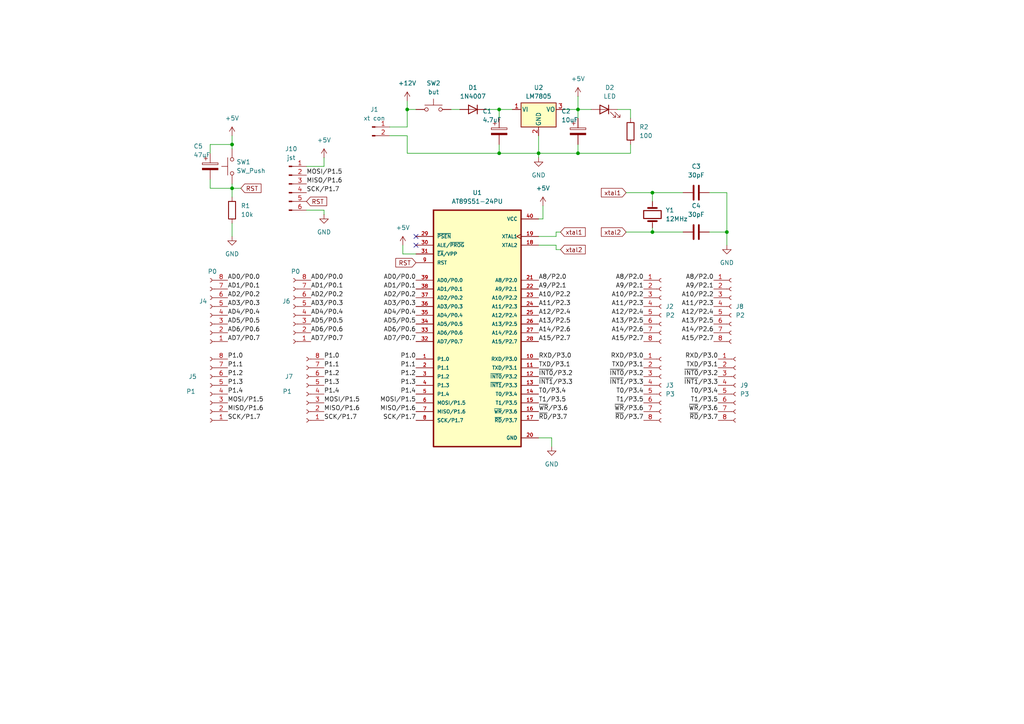
<source format=kicad_sch>
(kicad_sch
	(version 20231120)
	(generator "eeschema")
	(generator_version "8.0")
	(uuid "caf7e276-6b71-4d12-8713-329452eef33c")
	(paper "A4")
	(lib_symbols
		(symbol "+5V_1"
			(power)
			(pin_numbers hide)
			(pin_names
				(offset 0) hide)
			(exclude_from_sim no)
			(in_bom yes)
			(on_board yes)
			(property "Reference" "#PWR"
				(at 0 -3.81 0)
				(effects
					(font
						(size 1.27 1.27)
					)
					(hide yes)
				)
			)
			(property "Value" "+5V"
				(at 0 3.556 0)
				(effects
					(font
						(size 1.27 1.27)
					)
				)
			)
			(property "Footprint" ""
				(at 0 0 0)
				(effects
					(font
						(size 1.27 1.27)
					)
					(hide yes)
				)
			)
			(property "Datasheet" ""
				(at 0 0 0)
				(effects
					(font
						(size 1.27 1.27)
					)
					(hide yes)
				)
			)
			(property "Description" "Power symbol creates a global label with name \"+5V\""
				(at 0 0 0)
				(effects
					(font
						(size 1.27 1.27)
					)
					(hide yes)
				)
			)
			(property "ki_keywords" "global power"
				(at 0 0 0)
				(effects
					(font
						(size 1.27 1.27)
					)
					(hide yes)
				)
			)
			(symbol "+5V_1_0_1"
				(polyline
					(pts
						(xy -0.762 1.27) (xy 0 2.54)
					)
					(stroke
						(width 0)
						(type default)
					)
					(fill
						(type none)
					)
				)
				(polyline
					(pts
						(xy 0 0) (xy 0 2.54)
					)
					(stroke
						(width 0)
						(type default)
					)
					(fill
						(type none)
					)
				)
				(polyline
					(pts
						(xy 0 2.54) (xy 0.762 1.27)
					)
					(stroke
						(width 0)
						(type default)
					)
					(fill
						(type none)
					)
				)
			)
			(symbol "+5V_1_1_1"
				(pin power_in line
					(at 0 0 90)
					(length 0)
					(name "~"
						(effects
							(font
								(size 1.27 1.27)
							)
						)
					)
					(number "1"
						(effects
							(font
								(size 1.27 1.27)
							)
						)
					)
				)
			)
		)
		(symbol "+5V_2"
			(power)
			(pin_numbers hide)
			(pin_names
				(offset 0) hide)
			(exclude_from_sim no)
			(in_bom yes)
			(on_board yes)
			(property "Reference" "#PWR"
				(at 0 -3.81 0)
				(effects
					(font
						(size 1.27 1.27)
					)
					(hide yes)
				)
			)
			(property "Value" "+5V"
				(at 0 3.556 0)
				(effects
					(font
						(size 1.27 1.27)
					)
				)
			)
			(property "Footprint" ""
				(at 0 0 0)
				(effects
					(font
						(size 1.27 1.27)
					)
					(hide yes)
				)
			)
			(property "Datasheet" ""
				(at 0 0 0)
				(effects
					(font
						(size 1.27 1.27)
					)
					(hide yes)
				)
			)
			(property "Description" "Power symbol creates a global label with name \"+5V\""
				(at 0 0 0)
				(effects
					(font
						(size 1.27 1.27)
					)
					(hide yes)
				)
			)
			(property "ki_keywords" "global power"
				(at 0 0 0)
				(effects
					(font
						(size 1.27 1.27)
					)
					(hide yes)
				)
			)
			(symbol "+5V_2_0_1"
				(polyline
					(pts
						(xy -0.762 1.27) (xy 0 2.54)
					)
					(stroke
						(width 0)
						(type default)
					)
					(fill
						(type none)
					)
				)
				(polyline
					(pts
						(xy 0 0) (xy 0 2.54)
					)
					(stroke
						(width 0)
						(type default)
					)
					(fill
						(type none)
					)
				)
				(polyline
					(pts
						(xy 0 2.54) (xy 0.762 1.27)
					)
					(stroke
						(width 0)
						(type default)
					)
					(fill
						(type none)
					)
				)
			)
			(symbol "+5V_2_1_1"
				(pin power_in line
					(at 0 0 90)
					(length 0)
					(name "~"
						(effects
							(font
								(size 1.27 1.27)
							)
						)
					)
					(number "1"
						(effects
							(font
								(size 1.27 1.27)
							)
						)
					)
				)
			)
		)
		(symbol "AT89S51-24PU:AT89S51-24PU"
			(pin_names
				(offset 1.016)
			)
			(exclude_from_sim no)
			(in_bom yes)
			(on_board yes)
			(property "Reference" "U"
				(at -12.7 34.02 0)
				(effects
					(font
						(size 1.27 1.27)
					)
					(justify left bottom)
				)
			)
			(property "Value" "AT89S51-24PU"
				(at -12.7 -39.56 0)
				(effects
					(font
						(size 1.27 1.27)
					)
					(justify left bottom)
				)
			)
			(property "Footprint" "AT89S51-24PU:DIP1555W45P254L5232H482Q40"
				(at 0 0 0)
				(effects
					(font
						(size 1.27 1.27)
					)
					(justify bottom)
					(hide yes)
				)
			)
			(property "Datasheet" ""
				(at 0 0 0)
				(effects
					(font
						(size 1.27 1.27)
					)
					(hide yes)
				)
			)
			(property "Description" ""
				(at 0 0 0)
				(effects
					(font
						(size 1.27 1.27)
					)
					(hide yes)
				)
			)
			(property "MF" "Microchip"
				(at 0 0 0)
				(effects
					(font
						(size 1.27 1.27)
					)
					(justify bottom)
					(hide yes)
				)
			)
			(property "MAXIMUM_PACKAGE_HEIGHT" "4.826 mm"
				(at 0 0 0)
				(effects
					(font
						(size 1.27 1.27)
					)
					(justify bottom)
					(hide yes)
				)
			)
			(property "Package" "DIP-40 Microchip"
				(at 0 0 0)
				(effects
					(font
						(size 1.27 1.27)
					)
					(justify bottom)
					(hide yes)
				)
			)
			(property "Price" "None"
				(at 0 0 0)
				(effects
					(font
						(size 1.27 1.27)
					)
					(justify bottom)
					(hide yes)
				)
			)
			(property "Check_prices" "https://www.snapeda.com/parts/AT89S51-24PU/Microchip/view-part/?ref=eda"
				(at 0 0 0)
				(effects
					(font
						(size 1.27 1.27)
					)
					(justify bottom)
					(hide yes)
				)
			)
			(property "STANDARD" "IPC 7351 B"
				(at 0 0 0)
				(effects
					(font
						(size 1.27 1.27)
					)
					(justify bottom)
					(hide yes)
				)
			)
			(property "PARTREV" "B"
				(at 0 0 0)
				(effects
					(font
						(size 1.27 1.27)
					)
					(justify bottom)
					(hide yes)
				)
			)
			(property "SnapEDA_Link" "https://www.snapeda.com/parts/AT89S51-24PU/Microchip/view-part/?ref=snap"
				(at 0 0 0)
				(effects
					(font
						(size 1.27 1.27)
					)
					(justify bottom)
					(hide yes)
				)
			)
			(property "MP" "AT89S51-24PU"
				(at 0 0 0)
				(effects
					(font
						(size 1.27 1.27)
					)
					(justify bottom)
					(hide yes)
				)
			)
			(property "Purchase-URL" "https://www.snapeda.com/api/url_track_click_mouser/?unipart_id=649370&manufacturer=Microchip&part_name=AT89S51-24PU&search_term=None"
				(at 0 0 0)
				(effects
					(font
						(size 1.27 1.27)
					)
					(justify bottom)
					(hide yes)
				)
			)
			(property "Description_1" "\n8051 series Microcontroller IC 8-Bit 24MHz 4KB (4K x 8) FLASH 40-PDIP\n"
				(at 0 0 0)
				(effects
					(font
						(size 1.27 1.27)
					)
					(justify bottom)
					(hide yes)
				)
			)
			(property "Availability" "In Stock"
				(at 0 0 0)
				(effects
					(font
						(size 1.27 1.27)
					)
					(justify bottom)
					(hide yes)
				)
			)
			(property "MANUFACTURER" "Microchip"
				(at 0 0 0)
				(effects
					(font
						(size 1.27 1.27)
					)
					(justify bottom)
					(hide yes)
				)
			)
			(symbol "AT89S51-24PU_0_0"
				(rectangle
					(start -12.7 -35.56)
					(end 12.7 33.02)
					(stroke
						(width 0.41)
						(type default)
					)
					(fill
						(type background)
					)
				)
				(pin bidirectional line
					(at -17.78 -10.16 0)
					(length 5.08)
					(name "P1.0"
						(effects
							(font
								(size 1.016 1.016)
							)
						)
					)
					(number "1"
						(effects
							(font
								(size 1.016 1.016)
							)
						)
					)
				)
				(pin bidirectional line
					(at 17.78 -10.16 180)
					(length 5.08)
					(name "RXD/P3.0"
						(effects
							(font
								(size 1.016 1.016)
							)
						)
					)
					(number "10"
						(effects
							(font
								(size 1.016 1.016)
							)
						)
					)
				)
				(pin bidirectional line
					(at 17.78 -12.7 180)
					(length 5.08)
					(name "TXD/P3.1"
						(effects
							(font
								(size 1.016 1.016)
							)
						)
					)
					(number "11"
						(effects
							(font
								(size 1.016 1.016)
							)
						)
					)
				)
				(pin bidirectional line
					(at 17.78 -15.24 180)
					(length 5.08)
					(name "~{INT0}/P3.2"
						(effects
							(font
								(size 1.016 1.016)
							)
						)
					)
					(number "12"
						(effects
							(font
								(size 1.016 1.016)
							)
						)
					)
				)
				(pin bidirectional line
					(at 17.78 -17.78 180)
					(length 5.08)
					(name "~{INT1}/P3.3"
						(effects
							(font
								(size 1.016 1.016)
							)
						)
					)
					(number "13"
						(effects
							(font
								(size 1.016 1.016)
							)
						)
					)
				)
				(pin bidirectional line
					(at 17.78 -20.32 180)
					(length 5.08)
					(name "T0/P3.4"
						(effects
							(font
								(size 1.016 1.016)
							)
						)
					)
					(number "14"
						(effects
							(font
								(size 1.016 1.016)
							)
						)
					)
				)
				(pin bidirectional line
					(at 17.78 -22.86 180)
					(length 5.08)
					(name "T1/P3.5"
						(effects
							(font
								(size 1.016 1.016)
							)
						)
					)
					(number "15"
						(effects
							(font
								(size 1.016 1.016)
							)
						)
					)
				)
				(pin bidirectional line
					(at 17.78 -25.4 180)
					(length 5.08)
					(name "~{WR}/P3.6"
						(effects
							(font
								(size 1.016 1.016)
							)
						)
					)
					(number "16"
						(effects
							(font
								(size 1.016 1.016)
							)
						)
					)
				)
				(pin bidirectional line
					(at 17.78 -27.94 180)
					(length 5.08)
					(name "~{RD}/P3.7"
						(effects
							(font
								(size 1.016 1.016)
							)
						)
					)
					(number "17"
						(effects
							(font
								(size 1.016 1.016)
							)
						)
					)
				)
				(pin output line
					(at 17.78 22.86 180)
					(length 5.08)
					(name "XTAL2"
						(effects
							(font
								(size 1.016 1.016)
							)
						)
					)
					(number "18"
						(effects
							(font
								(size 1.016 1.016)
							)
						)
					)
				)
				(pin input clock
					(at 17.78 25.4 180)
					(length 5.08)
					(name "XTAL1"
						(effects
							(font
								(size 1.016 1.016)
							)
						)
					)
					(number "19"
						(effects
							(font
								(size 1.016 1.016)
							)
						)
					)
				)
				(pin bidirectional line
					(at -17.78 -12.7 0)
					(length 5.08)
					(name "P1.1"
						(effects
							(font
								(size 1.016 1.016)
							)
						)
					)
					(number "2"
						(effects
							(font
								(size 1.016 1.016)
							)
						)
					)
				)
				(pin power_in line
					(at 17.78 -33.02 180)
					(length 5.08)
					(name "GND"
						(effects
							(font
								(size 1.016 1.016)
							)
						)
					)
					(number "20"
						(effects
							(font
								(size 1.016 1.016)
							)
						)
					)
				)
				(pin bidirectional line
					(at 17.78 12.7 180)
					(length 5.08)
					(name "A8/P2.0"
						(effects
							(font
								(size 1.016 1.016)
							)
						)
					)
					(number "21"
						(effects
							(font
								(size 1.016 1.016)
							)
						)
					)
				)
				(pin bidirectional line
					(at 17.78 10.16 180)
					(length 5.08)
					(name "A9/P2.1"
						(effects
							(font
								(size 1.016 1.016)
							)
						)
					)
					(number "22"
						(effects
							(font
								(size 1.016 1.016)
							)
						)
					)
				)
				(pin bidirectional line
					(at 17.78 7.62 180)
					(length 5.08)
					(name "A10/P2.2"
						(effects
							(font
								(size 1.016 1.016)
							)
						)
					)
					(number "23"
						(effects
							(font
								(size 1.016 1.016)
							)
						)
					)
				)
				(pin bidirectional line
					(at 17.78 5.08 180)
					(length 5.08)
					(name "A11/P2.3"
						(effects
							(font
								(size 1.016 1.016)
							)
						)
					)
					(number "24"
						(effects
							(font
								(size 1.016 1.016)
							)
						)
					)
				)
				(pin bidirectional line
					(at 17.78 2.54 180)
					(length 5.08)
					(name "A12/P2.4"
						(effects
							(font
								(size 1.016 1.016)
							)
						)
					)
					(number "25"
						(effects
							(font
								(size 1.016 1.016)
							)
						)
					)
				)
				(pin bidirectional line
					(at 17.78 0 180)
					(length 5.08)
					(name "A13/P2.5"
						(effects
							(font
								(size 1.016 1.016)
							)
						)
					)
					(number "26"
						(effects
							(font
								(size 1.016 1.016)
							)
						)
					)
				)
				(pin bidirectional line
					(at 17.78 -2.54 180)
					(length 5.08)
					(name "A14/P2.6"
						(effects
							(font
								(size 1.016 1.016)
							)
						)
					)
					(number "27"
						(effects
							(font
								(size 1.016 1.016)
							)
						)
					)
				)
				(pin bidirectional line
					(at 17.78 -5.08 180)
					(length 5.08)
					(name "A15/P2.7"
						(effects
							(font
								(size 1.016 1.016)
							)
						)
					)
					(number "28"
						(effects
							(font
								(size 1.016 1.016)
							)
						)
					)
				)
				(pin output line
					(at -17.78 25.4 0)
					(length 5.08)
					(name "~{PSEN}"
						(effects
							(font
								(size 1.016 1.016)
							)
						)
					)
					(number "29"
						(effects
							(font
								(size 1.016 1.016)
							)
						)
					)
				)
				(pin bidirectional line
					(at -17.78 -15.24 0)
					(length 5.08)
					(name "P1.2"
						(effects
							(font
								(size 1.016 1.016)
							)
						)
					)
					(number "3"
						(effects
							(font
								(size 1.016 1.016)
							)
						)
					)
				)
				(pin output line
					(at -17.78 22.86 0)
					(length 5.08)
					(name "ALE/~{PROG}"
						(effects
							(font
								(size 1.016 1.016)
							)
						)
					)
					(number "30"
						(effects
							(font
								(size 1.016 1.016)
							)
						)
					)
				)
				(pin input line
					(at -17.78 20.32 0)
					(length 5.08)
					(name "~{EA}/VPP"
						(effects
							(font
								(size 1.016 1.016)
							)
						)
					)
					(number "31"
						(effects
							(font
								(size 1.016 1.016)
							)
						)
					)
				)
				(pin bidirectional line
					(at -17.78 -5.08 0)
					(length 5.08)
					(name "AD7/P0.7"
						(effects
							(font
								(size 1.016 1.016)
							)
						)
					)
					(number "32"
						(effects
							(font
								(size 1.016 1.016)
							)
						)
					)
				)
				(pin bidirectional line
					(at -17.78 -2.54 0)
					(length 5.08)
					(name "AD6/P0.6"
						(effects
							(font
								(size 1.016 1.016)
							)
						)
					)
					(number "33"
						(effects
							(font
								(size 1.016 1.016)
							)
						)
					)
				)
				(pin bidirectional line
					(at -17.78 0 0)
					(length 5.08)
					(name "AD5/P0.5"
						(effects
							(font
								(size 1.016 1.016)
							)
						)
					)
					(number "34"
						(effects
							(font
								(size 1.016 1.016)
							)
						)
					)
				)
				(pin bidirectional line
					(at -17.78 2.54 0)
					(length 5.08)
					(name "AD4/P0.4"
						(effects
							(font
								(size 1.016 1.016)
							)
						)
					)
					(number "35"
						(effects
							(font
								(size 1.016 1.016)
							)
						)
					)
				)
				(pin bidirectional line
					(at -17.78 5.08 0)
					(length 5.08)
					(name "AD3/P0.3"
						(effects
							(font
								(size 1.016 1.016)
							)
						)
					)
					(number "36"
						(effects
							(font
								(size 1.016 1.016)
							)
						)
					)
				)
				(pin bidirectional line
					(at -17.78 7.62 0)
					(length 5.08)
					(name "AD2/P0.2"
						(effects
							(font
								(size 1.016 1.016)
							)
						)
					)
					(number "37"
						(effects
							(font
								(size 1.016 1.016)
							)
						)
					)
				)
				(pin bidirectional line
					(at -17.78 10.16 0)
					(length 5.08)
					(name "AD1/P0.1"
						(effects
							(font
								(size 1.016 1.016)
							)
						)
					)
					(number "38"
						(effects
							(font
								(size 1.016 1.016)
							)
						)
					)
				)
				(pin bidirectional line
					(at -17.78 12.7 0)
					(length 5.08)
					(name "AD0/P0.0"
						(effects
							(font
								(size 1.016 1.016)
							)
						)
					)
					(number "39"
						(effects
							(font
								(size 1.016 1.016)
							)
						)
					)
				)
				(pin bidirectional line
					(at -17.78 -17.78 0)
					(length 5.08)
					(name "P1.3"
						(effects
							(font
								(size 1.016 1.016)
							)
						)
					)
					(number "4"
						(effects
							(font
								(size 1.016 1.016)
							)
						)
					)
				)
				(pin power_in line
					(at 17.78 30.48 180)
					(length 5.08)
					(name "VCC"
						(effects
							(font
								(size 1.016 1.016)
							)
						)
					)
					(number "40"
						(effects
							(font
								(size 1.016 1.016)
							)
						)
					)
				)
				(pin bidirectional line
					(at -17.78 -20.32 0)
					(length 5.08)
					(name "P1.4"
						(effects
							(font
								(size 1.016 1.016)
							)
						)
					)
					(number "5"
						(effects
							(font
								(size 1.016 1.016)
							)
						)
					)
				)
				(pin bidirectional line
					(at -17.78 -22.86 0)
					(length 5.08)
					(name "MOSI/P1.5"
						(effects
							(font
								(size 1.016 1.016)
							)
						)
					)
					(number "6"
						(effects
							(font
								(size 1.016 1.016)
							)
						)
					)
				)
				(pin bidirectional line
					(at -17.78 -25.4 0)
					(length 5.08)
					(name "MISO/P1.6"
						(effects
							(font
								(size 1.016 1.016)
							)
						)
					)
					(number "7"
						(effects
							(font
								(size 1.016 1.016)
							)
						)
					)
				)
				(pin bidirectional line
					(at -17.78 -27.94 0)
					(length 5.08)
					(name "SCK/P1.7"
						(effects
							(font
								(size 1.016 1.016)
							)
						)
					)
					(number "8"
						(effects
							(font
								(size 1.016 1.016)
							)
						)
					)
				)
				(pin input line
					(at -17.78 17.78 0)
					(length 5.08)
					(name "RST"
						(effects
							(font
								(size 1.016 1.016)
							)
						)
					)
					(number "9"
						(effects
							(font
								(size 1.016 1.016)
							)
						)
					)
				)
			)
		)
		(symbol "Connector:Conn_01x02_Pin"
			(pin_names
				(offset 1.016) hide)
			(exclude_from_sim no)
			(in_bom yes)
			(on_board yes)
			(property "Reference" "J"
				(at 0 2.54 0)
				(effects
					(font
						(size 1.27 1.27)
					)
				)
			)
			(property "Value" "Conn_01x02_Pin"
				(at 0 -5.08 0)
				(effects
					(font
						(size 1.27 1.27)
					)
				)
			)
			(property "Footprint" ""
				(at 0 0 0)
				(effects
					(font
						(size 1.27 1.27)
					)
					(hide yes)
				)
			)
			(property "Datasheet" "~"
				(at 0 0 0)
				(effects
					(font
						(size 1.27 1.27)
					)
					(hide yes)
				)
			)
			(property "Description" "Generic connector, single row, 01x02, script generated"
				(at 0 0 0)
				(effects
					(font
						(size 1.27 1.27)
					)
					(hide yes)
				)
			)
			(property "ki_locked" ""
				(at 0 0 0)
				(effects
					(font
						(size 1.27 1.27)
					)
				)
			)
			(property "ki_keywords" "connector"
				(at 0 0 0)
				(effects
					(font
						(size 1.27 1.27)
					)
					(hide yes)
				)
			)
			(property "ki_fp_filters" "Connector*:*_1x??_*"
				(at 0 0 0)
				(effects
					(font
						(size 1.27 1.27)
					)
					(hide yes)
				)
			)
			(symbol "Conn_01x02_Pin_1_1"
				(polyline
					(pts
						(xy 1.27 -2.54) (xy 0.8636 -2.54)
					)
					(stroke
						(width 0.1524)
						(type default)
					)
					(fill
						(type none)
					)
				)
				(polyline
					(pts
						(xy 1.27 0) (xy 0.8636 0)
					)
					(stroke
						(width 0.1524)
						(type default)
					)
					(fill
						(type none)
					)
				)
				(rectangle
					(start 0.8636 -2.413)
					(end 0 -2.667)
					(stroke
						(width 0.1524)
						(type default)
					)
					(fill
						(type outline)
					)
				)
				(rectangle
					(start 0.8636 0.127)
					(end 0 -0.127)
					(stroke
						(width 0.1524)
						(type default)
					)
					(fill
						(type outline)
					)
				)
				(pin passive line
					(at 5.08 0 180)
					(length 3.81)
					(name "Pin_1"
						(effects
							(font
								(size 1.27 1.27)
							)
						)
					)
					(number "1"
						(effects
							(font
								(size 1.27 1.27)
							)
						)
					)
				)
				(pin passive line
					(at 5.08 -2.54 180)
					(length 3.81)
					(name "Pin_2"
						(effects
							(font
								(size 1.27 1.27)
							)
						)
					)
					(number "2"
						(effects
							(font
								(size 1.27 1.27)
							)
						)
					)
				)
			)
		)
		(symbol "Connector:Conn_01x06_Pin"
			(pin_names
				(offset 1.016) hide)
			(exclude_from_sim no)
			(in_bom yes)
			(on_board yes)
			(property "Reference" "J10"
				(at 0.635 10.16 0)
				(effects
					(font
						(size 1.27 1.27)
					)
				)
			)
			(property "Value" "jst"
				(at 0.635 7.62 0)
				(effects
					(font
						(size 1.27 1.27)
					)
				)
			)
			(property "Footprint" "Connector_JST:JST_XH_B6B-XH-A_1x06_P2.50mm_Vertical"
				(at 0 0 0)
				(effects
					(font
						(size 1.27 1.27)
					)
					(hide yes)
				)
			)
			(property "Datasheet" "~"
				(at 0 0 0)
				(effects
					(font
						(size 1.27 1.27)
					)
					(hide yes)
				)
			)
			(property "Description" "Generic connector, single row, 01x06, script generated"
				(at 0 0 0)
				(effects
					(font
						(size 1.27 1.27)
					)
					(hide yes)
				)
			)
			(property "ki_locked" ""
				(at 0 0 0)
				(effects
					(font
						(size 1.27 1.27)
					)
				)
			)
			(property "ki_keywords" "connector"
				(at 0 0 0)
				(effects
					(font
						(size 1.27 1.27)
					)
					(hide yes)
				)
			)
			(property "ki_fp_filters" "Connector*:*_1x??_*"
				(at 0 0 0)
				(effects
					(font
						(size 1.27 1.27)
					)
					(hide yes)
				)
			)
			(symbol "Conn_01x06_Pin_1_1"
				(polyline
					(pts
						(xy 1.27 -7.62) (xy 0.8636 -7.62)
					)
					(stroke
						(width 0.1524)
						(type default)
					)
					(fill
						(type none)
					)
				)
				(polyline
					(pts
						(xy 1.27 -5.08) (xy 0.8636 -5.08)
					)
					(stroke
						(width 0.1524)
						(type default)
					)
					(fill
						(type none)
					)
				)
				(polyline
					(pts
						(xy 1.27 -2.54) (xy 0.8636 -2.54)
					)
					(stroke
						(width 0.1524)
						(type default)
					)
					(fill
						(type none)
					)
				)
				(polyline
					(pts
						(xy 1.27 0) (xy 0.8636 0)
					)
					(stroke
						(width 0.1524)
						(type default)
					)
					(fill
						(type none)
					)
				)
				(polyline
					(pts
						(xy 1.27 2.54) (xy 0.8636 2.54)
					)
					(stroke
						(width 0.1524)
						(type default)
					)
					(fill
						(type none)
					)
				)
				(polyline
					(pts
						(xy 1.27 5.08) (xy 0.8636 5.08)
					)
					(stroke
						(width 0.1524)
						(type default)
					)
					(fill
						(type none)
					)
				)
				(rectangle
					(start 0.8636 -7.493)
					(end 0 -7.747)
					(stroke
						(width 0.1524)
						(type default)
					)
					(fill
						(type outline)
					)
				)
				(rectangle
					(start 0.8636 -4.953)
					(end 0 -5.207)
					(stroke
						(width 0.1524)
						(type default)
					)
					(fill
						(type outline)
					)
				)
				(rectangle
					(start 0.8636 -2.413)
					(end 0 -2.667)
					(stroke
						(width 0.1524)
						(type default)
					)
					(fill
						(type outline)
					)
				)
				(rectangle
					(start 0.8636 0.127)
					(end 0 -0.127)
					(stroke
						(width 0.1524)
						(type default)
					)
					(fill
						(type outline)
					)
				)
				(rectangle
					(start 0.8636 2.667)
					(end 0 2.413)
					(stroke
						(width 0.1524)
						(type default)
					)
					(fill
						(type outline)
					)
				)
				(rectangle
					(start 0.8636 5.207)
					(end 0 4.953)
					(stroke
						(width 0.1524)
						(type default)
					)
					(fill
						(type outline)
					)
				)
				(pin passive line
					(at 5.08 5.08 180)
					(length 3.81)
					(name "Pin_1"
						(effects
							(font
								(size 1.27 1.27)
							)
						)
					)
					(number "1"
						(effects
							(font
								(size 1.27 1.27)
							)
						)
					)
				)
				(pin passive line
					(at 5.08 2.54 180)
					(length 3.81)
					(name "Pin_2"
						(effects
							(font
								(size 1.27 1.27)
							)
						)
					)
					(number "2"
						(effects
							(font
								(size 1.27 1.27)
							)
						)
					)
				)
				(pin passive line
					(at 5.08 0 180)
					(length 3.81)
					(name "Pin_3"
						(effects
							(font
								(size 1.27 1.27)
							)
						)
					)
					(number "3"
						(effects
							(font
								(size 1.27 1.27)
							)
						)
					)
				)
				(pin passive line
					(at 5.08 -2.54 180)
					(length 3.81)
					(name "Pin_4"
						(effects
							(font
								(size 1.27 1.27)
							)
						)
					)
					(number "4"
						(effects
							(font
								(size 1.27 1.27)
							)
						)
					)
				)
				(pin passive line
					(at 5.08 -5.08 180)
					(length 3.81)
					(name "Pin_5"
						(effects
							(font
								(size 1.27 1.27)
							)
						)
					)
					(number "5"
						(effects
							(font
								(size 1.27 1.27)
							)
						)
					)
				)
				(pin passive line
					(at 5.08 -7.62 180)
					(length 3.81)
					(name "Pin_6"
						(effects
							(font
								(size 1.27 1.27)
							)
						)
					)
					(number "6"
						(effects
							(font
								(size 1.27 1.27)
							)
						)
					)
				)
			)
		)
		(symbol "Connector:Conn_01x08_Socket"
			(pin_names
				(offset 1.016) hide)
			(exclude_from_sim no)
			(in_bom yes)
			(on_board yes)
			(property "Reference" "J"
				(at 0 10.16 0)
				(effects
					(font
						(size 1.27 1.27)
					)
				)
			)
			(property "Value" "Conn_01x08_Socket"
				(at 0 -12.7 0)
				(effects
					(font
						(size 1.27 1.27)
					)
				)
			)
			(property "Footprint" ""
				(at 0 0 0)
				(effects
					(font
						(size 1.27 1.27)
					)
					(hide yes)
				)
			)
			(property "Datasheet" "~"
				(at 0 0 0)
				(effects
					(font
						(size 1.27 1.27)
					)
					(hide yes)
				)
			)
			(property "Description" "Generic connector, single row, 01x08, script generated"
				(at 0 0 0)
				(effects
					(font
						(size 1.27 1.27)
					)
					(hide yes)
				)
			)
			(property "ki_locked" ""
				(at 0 0 0)
				(effects
					(font
						(size 1.27 1.27)
					)
				)
			)
			(property "ki_keywords" "connector"
				(at 0 0 0)
				(effects
					(font
						(size 1.27 1.27)
					)
					(hide yes)
				)
			)
			(property "ki_fp_filters" "Connector*:*_1x??_*"
				(at 0 0 0)
				(effects
					(font
						(size 1.27 1.27)
					)
					(hide yes)
				)
			)
			(symbol "Conn_01x08_Socket_1_1"
				(arc
					(start 0 -9.652)
					(mid -0.5058 -10.16)
					(end 0 -10.668)
					(stroke
						(width 0.1524)
						(type default)
					)
					(fill
						(type none)
					)
				)
				(arc
					(start 0 -7.112)
					(mid -0.5058 -7.62)
					(end 0 -8.128)
					(stroke
						(width 0.1524)
						(type default)
					)
					(fill
						(type none)
					)
				)
				(arc
					(start 0 -4.572)
					(mid -0.5058 -5.08)
					(end 0 -5.588)
					(stroke
						(width 0.1524)
						(type default)
					)
					(fill
						(type none)
					)
				)
				(arc
					(start 0 -2.032)
					(mid -0.5058 -2.54)
					(end 0 -3.048)
					(stroke
						(width 0.1524)
						(type default)
					)
					(fill
						(type none)
					)
				)
				(polyline
					(pts
						(xy -1.27 -10.16) (xy -0.508 -10.16)
					)
					(stroke
						(width 0.1524)
						(type default)
					)
					(fill
						(type none)
					)
				)
				(polyline
					(pts
						(xy -1.27 -7.62) (xy -0.508 -7.62)
					)
					(stroke
						(width 0.1524)
						(type default)
					)
					(fill
						(type none)
					)
				)
				(polyline
					(pts
						(xy -1.27 -5.08) (xy -0.508 -5.08)
					)
					(stroke
						(width 0.1524)
						(type default)
					)
					(fill
						(type none)
					)
				)
				(polyline
					(pts
						(xy -1.27 -2.54) (xy -0.508 -2.54)
					)
					(stroke
						(width 0.1524)
						(type default)
					)
					(fill
						(type none)
					)
				)
				(polyline
					(pts
						(xy -1.27 0) (xy -0.508 0)
					)
					(stroke
						(width 0.1524)
						(type default)
					)
					(fill
						(type none)
					)
				)
				(polyline
					(pts
						(xy -1.27 2.54) (xy -0.508 2.54)
					)
					(stroke
						(width 0.1524)
						(type default)
					)
					(fill
						(type none)
					)
				)
				(polyline
					(pts
						(xy -1.27 5.08) (xy -0.508 5.08)
					)
					(stroke
						(width 0.1524)
						(type default)
					)
					(fill
						(type none)
					)
				)
				(polyline
					(pts
						(xy -1.27 7.62) (xy -0.508 7.62)
					)
					(stroke
						(width 0.1524)
						(type default)
					)
					(fill
						(type none)
					)
				)
				(arc
					(start 0 0.508)
					(mid -0.5058 0)
					(end 0 -0.508)
					(stroke
						(width 0.1524)
						(type default)
					)
					(fill
						(type none)
					)
				)
				(arc
					(start 0 3.048)
					(mid -0.5058 2.54)
					(end 0 2.032)
					(stroke
						(width 0.1524)
						(type default)
					)
					(fill
						(type none)
					)
				)
				(arc
					(start 0 5.588)
					(mid -0.5058 5.08)
					(end 0 4.572)
					(stroke
						(width 0.1524)
						(type default)
					)
					(fill
						(type none)
					)
				)
				(arc
					(start 0 8.128)
					(mid -0.5058 7.62)
					(end 0 7.112)
					(stroke
						(width 0.1524)
						(type default)
					)
					(fill
						(type none)
					)
				)
				(pin passive line
					(at -5.08 7.62 0)
					(length 3.81)
					(name "Pin_1"
						(effects
							(font
								(size 1.27 1.27)
							)
						)
					)
					(number "1"
						(effects
							(font
								(size 1.27 1.27)
							)
						)
					)
				)
				(pin passive line
					(at -5.08 5.08 0)
					(length 3.81)
					(name "Pin_2"
						(effects
							(font
								(size 1.27 1.27)
							)
						)
					)
					(number "2"
						(effects
							(font
								(size 1.27 1.27)
							)
						)
					)
				)
				(pin passive line
					(at -5.08 2.54 0)
					(length 3.81)
					(name "Pin_3"
						(effects
							(font
								(size 1.27 1.27)
							)
						)
					)
					(number "3"
						(effects
							(font
								(size 1.27 1.27)
							)
						)
					)
				)
				(pin passive line
					(at -5.08 0 0)
					(length 3.81)
					(name "Pin_4"
						(effects
							(font
								(size 1.27 1.27)
							)
						)
					)
					(number "4"
						(effects
							(font
								(size 1.27 1.27)
							)
						)
					)
				)
				(pin passive line
					(at -5.08 -2.54 0)
					(length 3.81)
					(name "Pin_5"
						(effects
							(font
								(size 1.27 1.27)
							)
						)
					)
					(number "5"
						(effects
							(font
								(size 1.27 1.27)
							)
						)
					)
				)
				(pin passive line
					(at -5.08 -5.08 0)
					(length 3.81)
					(name "Pin_6"
						(effects
							(font
								(size 1.27 1.27)
							)
						)
					)
					(number "6"
						(effects
							(font
								(size 1.27 1.27)
							)
						)
					)
				)
				(pin passive line
					(at -5.08 -7.62 0)
					(length 3.81)
					(name "Pin_7"
						(effects
							(font
								(size 1.27 1.27)
							)
						)
					)
					(number "7"
						(effects
							(font
								(size 1.27 1.27)
							)
						)
					)
				)
				(pin passive line
					(at -5.08 -10.16 0)
					(length 3.81)
					(name "Pin_8"
						(effects
							(font
								(size 1.27 1.27)
							)
						)
					)
					(number "8"
						(effects
							(font
								(size 1.27 1.27)
							)
						)
					)
				)
			)
		)
		(symbol "Device:C"
			(pin_numbers hide)
			(pin_names
				(offset 0.254)
			)
			(exclude_from_sim no)
			(in_bom yes)
			(on_board yes)
			(property "Reference" "C"
				(at 0.635 2.54 0)
				(effects
					(font
						(size 1.27 1.27)
					)
					(justify left)
				)
			)
			(property "Value" "C"
				(at 0.635 -2.54 0)
				(effects
					(font
						(size 1.27 1.27)
					)
					(justify left)
				)
			)
			(property "Footprint" ""
				(at 0.9652 -3.81 0)
				(effects
					(font
						(size 1.27 1.27)
					)
					(hide yes)
				)
			)
			(property "Datasheet" "~"
				(at 0 0 0)
				(effects
					(font
						(size 1.27 1.27)
					)
					(hide yes)
				)
			)
			(property "Description" "Unpolarized capacitor"
				(at 0 0 0)
				(effects
					(font
						(size 1.27 1.27)
					)
					(hide yes)
				)
			)
			(property "ki_keywords" "cap capacitor"
				(at 0 0 0)
				(effects
					(font
						(size 1.27 1.27)
					)
					(hide yes)
				)
			)
			(property "ki_fp_filters" "C_*"
				(at 0 0 0)
				(effects
					(font
						(size 1.27 1.27)
					)
					(hide yes)
				)
			)
			(symbol "C_0_1"
				(polyline
					(pts
						(xy -2.032 -0.762) (xy 2.032 -0.762)
					)
					(stroke
						(width 0.508)
						(type default)
					)
					(fill
						(type none)
					)
				)
				(polyline
					(pts
						(xy -2.032 0.762) (xy 2.032 0.762)
					)
					(stroke
						(width 0.508)
						(type default)
					)
					(fill
						(type none)
					)
				)
			)
			(symbol "C_1_1"
				(pin passive line
					(at 0 3.81 270)
					(length 2.794)
					(name "~"
						(effects
							(font
								(size 1.27 1.27)
							)
						)
					)
					(number "1"
						(effects
							(font
								(size 1.27 1.27)
							)
						)
					)
				)
				(pin passive line
					(at 0 -3.81 90)
					(length 2.794)
					(name "~"
						(effects
							(font
								(size 1.27 1.27)
							)
						)
					)
					(number "2"
						(effects
							(font
								(size 1.27 1.27)
							)
						)
					)
				)
			)
		)
		(symbol "Device:C_Polarized"
			(pin_numbers hide)
			(pin_names
				(offset 0.254)
			)
			(exclude_from_sim no)
			(in_bom yes)
			(on_board yes)
			(property "Reference" "C"
				(at 0.635 2.54 0)
				(effects
					(font
						(size 1.27 1.27)
					)
					(justify left)
				)
			)
			(property "Value" "C_Polarized"
				(at 0.635 -2.54 0)
				(effects
					(font
						(size 1.27 1.27)
					)
					(justify left)
				)
			)
			(property "Footprint" ""
				(at 0.9652 -3.81 0)
				(effects
					(font
						(size 1.27 1.27)
					)
					(hide yes)
				)
			)
			(property "Datasheet" "~"
				(at 0 0 0)
				(effects
					(font
						(size 1.27 1.27)
					)
					(hide yes)
				)
			)
			(property "Description" "Polarized capacitor"
				(at 0 0 0)
				(effects
					(font
						(size 1.27 1.27)
					)
					(hide yes)
				)
			)
			(property "ki_keywords" "cap capacitor"
				(at 0 0 0)
				(effects
					(font
						(size 1.27 1.27)
					)
					(hide yes)
				)
			)
			(property "ki_fp_filters" "CP_*"
				(at 0 0 0)
				(effects
					(font
						(size 1.27 1.27)
					)
					(hide yes)
				)
			)
			(symbol "C_Polarized_0_1"
				(rectangle
					(start -2.286 0.508)
					(end 2.286 1.016)
					(stroke
						(width 0)
						(type default)
					)
					(fill
						(type none)
					)
				)
				(polyline
					(pts
						(xy -1.778 2.286) (xy -0.762 2.286)
					)
					(stroke
						(width 0)
						(type default)
					)
					(fill
						(type none)
					)
				)
				(polyline
					(pts
						(xy -1.27 2.794) (xy -1.27 1.778)
					)
					(stroke
						(width 0)
						(type default)
					)
					(fill
						(type none)
					)
				)
				(rectangle
					(start 2.286 -0.508)
					(end -2.286 -1.016)
					(stroke
						(width 0)
						(type default)
					)
					(fill
						(type outline)
					)
				)
			)
			(symbol "C_Polarized_1_1"
				(pin passive line
					(at 0 3.81 270)
					(length 2.794)
					(name "~"
						(effects
							(font
								(size 1.27 1.27)
							)
						)
					)
					(number "1"
						(effects
							(font
								(size 1.27 1.27)
							)
						)
					)
				)
				(pin passive line
					(at 0 -3.81 90)
					(length 2.794)
					(name "~"
						(effects
							(font
								(size 1.27 1.27)
							)
						)
					)
					(number "2"
						(effects
							(font
								(size 1.27 1.27)
							)
						)
					)
				)
			)
		)
		(symbol "Device:Crystal"
			(pin_numbers hide)
			(pin_names
				(offset 1.016) hide)
			(exclude_from_sim no)
			(in_bom yes)
			(on_board yes)
			(property "Reference" "Y"
				(at 0 3.81 0)
				(effects
					(font
						(size 1.27 1.27)
					)
				)
			)
			(property "Value" "Crystal"
				(at 0 -3.81 0)
				(effects
					(font
						(size 1.27 1.27)
					)
				)
			)
			(property "Footprint" ""
				(at 0 0 0)
				(effects
					(font
						(size 1.27 1.27)
					)
					(hide yes)
				)
			)
			(property "Datasheet" "~"
				(at 0 0 0)
				(effects
					(font
						(size 1.27 1.27)
					)
					(hide yes)
				)
			)
			(property "Description" "Two pin crystal"
				(at 0 0 0)
				(effects
					(font
						(size 1.27 1.27)
					)
					(hide yes)
				)
			)
			(property "ki_keywords" "quartz ceramic resonator oscillator"
				(at 0 0 0)
				(effects
					(font
						(size 1.27 1.27)
					)
					(hide yes)
				)
			)
			(property "ki_fp_filters" "Crystal*"
				(at 0 0 0)
				(effects
					(font
						(size 1.27 1.27)
					)
					(hide yes)
				)
			)
			(symbol "Crystal_0_1"
				(rectangle
					(start -1.143 2.54)
					(end 1.143 -2.54)
					(stroke
						(width 0.3048)
						(type default)
					)
					(fill
						(type none)
					)
				)
				(polyline
					(pts
						(xy -2.54 0) (xy -1.905 0)
					)
					(stroke
						(width 0)
						(type default)
					)
					(fill
						(type none)
					)
				)
				(polyline
					(pts
						(xy -1.905 -1.27) (xy -1.905 1.27)
					)
					(stroke
						(width 0.508)
						(type default)
					)
					(fill
						(type none)
					)
				)
				(polyline
					(pts
						(xy 1.905 -1.27) (xy 1.905 1.27)
					)
					(stroke
						(width 0.508)
						(type default)
					)
					(fill
						(type none)
					)
				)
				(polyline
					(pts
						(xy 2.54 0) (xy 1.905 0)
					)
					(stroke
						(width 0)
						(type default)
					)
					(fill
						(type none)
					)
				)
			)
			(symbol "Crystal_1_1"
				(pin passive line
					(at -3.81 0 0)
					(length 1.27)
					(name "1"
						(effects
							(font
								(size 1.27 1.27)
							)
						)
					)
					(number "1"
						(effects
							(font
								(size 1.27 1.27)
							)
						)
					)
				)
				(pin passive line
					(at 3.81 0 180)
					(length 1.27)
					(name "2"
						(effects
							(font
								(size 1.27 1.27)
							)
						)
					)
					(number "2"
						(effects
							(font
								(size 1.27 1.27)
							)
						)
					)
				)
			)
		)
		(symbol "Device:LED"
			(pin_numbers hide)
			(pin_names
				(offset 1.016) hide)
			(exclude_from_sim no)
			(in_bom yes)
			(on_board yes)
			(property "Reference" "D"
				(at 0 2.54 0)
				(effects
					(font
						(size 1.27 1.27)
					)
				)
			)
			(property "Value" "LED"
				(at 0 -2.54 0)
				(effects
					(font
						(size 1.27 1.27)
					)
				)
			)
			(property "Footprint" ""
				(at 0 0 0)
				(effects
					(font
						(size 1.27 1.27)
					)
					(hide yes)
				)
			)
			(property "Datasheet" "~"
				(at 0 0 0)
				(effects
					(font
						(size 1.27 1.27)
					)
					(hide yes)
				)
			)
			(property "Description" "Light emitting diode"
				(at 0 0 0)
				(effects
					(font
						(size 1.27 1.27)
					)
					(hide yes)
				)
			)
			(property "ki_keywords" "LED diode"
				(at 0 0 0)
				(effects
					(font
						(size 1.27 1.27)
					)
					(hide yes)
				)
			)
			(property "ki_fp_filters" "LED* LED_SMD:* LED_THT:*"
				(at 0 0 0)
				(effects
					(font
						(size 1.27 1.27)
					)
					(hide yes)
				)
			)
			(symbol "LED_0_1"
				(polyline
					(pts
						(xy -1.27 -1.27) (xy -1.27 1.27)
					)
					(stroke
						(width 0.254)
						(type default)
					)
					(fill
						(type none)
					)
				)
				(polyline
					(pts
						(xy -1.27 0) (xy 1.27 0)
					)
					(stroke
						(width 0)
						(type default)
					)
					(fill
						(type none)
					)
				)
				(polyline
					(pts
						(xy 1.27 -1.27) (xy 1.27 1.27) (xy -1.27 0) (xy 1.27 -1.27)
					)
					(stroke
						(width 0.254)
						(type default)
					)
					(fill
						(type none)
					)
				)
				(polyline
					(pts
						(xy -3.048 -0.762) (xy -4.572 -2.286) (xy -3.81 -2.286) (xy -4.572 -2.286) (xy -4.572 -1.524)
					)
					(stroke
						(width 0)
						(type default)
					)
					(fill
						(type none)
					)
				)
				(polyline
					(pts
						(xy -1.778 -0.762) (xy -3.302 -2.286) (xy -2.54 -2.286) (xy -3.302 -2.286) (xy -3.302 -1.524)
					)
					(stroke
						(width 0)
						(type default)
					)
					(fill
						(type none)
					)
				)
			)
			(symbol "LED_1_1"
				(pin passive line
					(at -3.81 0 0)
					(length 2.54)
					(name "K"
						(effects
							(font
								(size 1.27 1.27)
							)
						)
					)
					(number "1"
						(effects
							(font
								(size 1.27 1.27)
							)
						)
					)
				)
				(pin passive line
					(at 3.81 0 180)
					(length 2.54)
					(name "A"
						(effects
							(font
								(size 1.27 1.27)
							)
						)
					)
					(number "2"
						(effects
							(font
								(size 1.27 1.27)
							)
						)
					)
				)
			)
		)
		(symbol "Device:R"
			(pin_numbers hide)
			(pin_names
				(offset 0)
			)
			(exclude_from_sim no)
			(in_bom yes)
			(on_board yes)
			(property "Reference" "R"
				(at 2.032 0 90)
				(effects
					(font
						(size 1.27 1.27)
					)
				)
			)
			(property "Value" "R"
				(at 0 0 90)
				(effects
					(font
						(size 1.27 1.27)
					)
				)
			)
			(property "Footprint" ""
				(at -1.778 0 90)
				(effects
					(font
						(size 1.27 1.27)
					)
					(hide yes)
				)
			)
			(property "Datasheet" "~"
				(at 0 0 0)
				(effects
					(font
						(size 1.27 1.27)
					)
					(hide yes)
				)
			)
			(property "Description" "Resistor"
				(at 0 0 0)
				(effects
					(font
						(size 1.27 1.27)
					)
					(hide yes)
				)
			)
			(property "ki_keywords" "R res resistor"
				(at 0 0 0)
				(effects
					(font
						(size 1.27 1.27)
					)
					(hide yes)
				)
			)
			(property "ki_fp_filters" "R_*"
				(at 0 0 0)
				(effects
					(font
						(size 1.27 1.27)
					)
					(hide yes)
				)
			)
			(symbol "R_0_1"
				(rectangle
					(start -1.016 -2.54)
					(end 1.016 2.54)
					(stroke
						(width 0.254)
						(type default)
					)
					(fill
						(type none)
					)
				)
			)
			(symbol "R_1_1"
				(pin passive line
					(at 0 3.81 270)
					(length 1.27)
					(name "~"
						(effects
							(font
								(size 1.27 1.27)
							)
						)
					)
					(number "1"
						(effects
							(font
								(size 1.27 1.27)
							)
						)
					)
				)
				(pin passive line
					(at 0 -3.81 90)
					(length 1.27)
					(name "~"
						(effects
							(font
								(size 1.27 1.27)
							)
						)
					)
					(number "2"
						(effects
							(font
								(size 1.27 1.27)
							)
						)
					)
				)
			)
		)
		(symbol "Diode:1N4007"
			(pin_numbers hide)
			(pin_names hide)
			(exclude_from_sim no)
			(in_bom yes)
			(on_board yes)
			(property "Reference" "D"
				(at 0 2.54 0)
				(effects
					(font
						(size 1.27 1.27)
					)
				)
			)
			(property "Value" "1N4007"
				(at 0 -2.54 0)
				(effects
					(font
						(size 1.27 1.27)
					)
				)
			)
			(property "Footprint" "Diode_THT:D_DO-41_SOD81_P10.16mm_Horizontal"
				(at 0 -4.445 0)
				(effects
					(font
						(size 1.27 1.27)
					)
					(hide yes)
				)
			)
			(property "Datasheet" "http://www.vishay.com/docs/88503/1n4001.pdf"
				(at 0 0 0)
				(effects
					(font
						(size 1.27 1.27)
					)
					(hide yes)
				)
			)
			(property "Description" "1000V 1A General Purpose Rectifier Diode, DO-41"
				(at 0 0 0)
				(effects
					(font
						(size 1.27 1.27)
					)
					(hide yes)
				)
			)
			(property "Sim.Device" "D"
				(at 0 0 0)
				(effects
					(font
						(size 1.27 1.27)
					)
					(hide yes)
				)
			)
			(property "Sim.Pins" "1=K 2=A"
				(at 0 0 0)
				(effects
					(font
						(size 1.27 1.27)
					)
					(hide yes)
				)
			)
			(property "ki_keywords" "diode"
				(at 0 0 0)
				(effects
					(font
						(size 1.27 1.27)
					)
					(hide yes)
				)
			)
			(property "ki_fp_filters" "D*DO?41*"
				(at 0 0 0)
				(effects
					(font
						(size 1.27 1.27)
					)
					(hide yes)
				)
			)
			(symbol "1N4007_0_1"
				(polyline
					(pts
						(xy -1.27 1.27) (xy -1.27 -1.27)
					)
					(stroke
						(width 0.254)
						(type default)
					)
					(fill
						(type none)
					)
				)
				(polyline
					(pts
						(xy 1.27 0) (xy -1.27 0)
					)
					(stroke
						(width 0)
						(type default)
					)
					(fill
						(type none)
					)
				)
				(polyline
					(pts
						(xy 1.27 1.27) (xy 1.27 -1.27) (xy -1.27 0) (xy 1.27 1.27)
					)
					(stroke
						(width 0.254)
						(type default)
					)
					(fill
						(type none)
					)
				)
			)
			(symbol "1N4007_1_1"
				(pin passive line
					(at -3.81 0 0)
					(length 2.54)
					(name "K"
						(effects
							(font
								(size 1.27 1.27)
							)
						)
					)
					(number "1"
						(effects
							(font
								(size 1.27 1.27)
							)
						)
					)
				)
				(pin passive line
					(at 3.81 0 180)
					(length 2.54)
					(name "A"
						(effects
							(font
								(size 1.27 1.27)
							)
						)
					)
					(number "2"
						(effects
							(font
								(size 1.27 1.27)
							)
						)
					)
				)
			)
		)
		(symbol "GND_1"
			(power)
			(pin_numbers hide)
			(pin_names
				(offset 0) hide)
			(exclude_from_sim no)
			(in_bom yes)
			(on_board yes)
			(property "Reference" "#PWR"
				(at 0 -6.35 0)
				(effects
					(font
						(size 1.27 1.27)
					)
					(hide yes)
				)
			)
			(property "Value" "GND"
				(at 0 -3.81 0)
				(effects
					(font
						(size 1.27 1.27)
					)
				)
			)
			(property "Footprint" ""
				(at 0 0 0)
				(effects
					(font
						(size 1.27 1.27)
					)
					(hide yes)
				)
			)
			(property "Datasheet" ""
				(at 0 0 0)
				(effects
					(font
						(size 1.27 1.27)
					)
					(hide yes)
				)
			)
			(property "Description" "Power symbol creates a global label with name \"GND\" , ground"
				(at 0 0 0)
				(effects
					(font
						(size 1.27 1.27)
					)
					(hide yes)
				)
			)
			(property "ki_keywords" "global power"
				(at 0 0 0)
				(effects
					(font
						(size 1.27 1.27)
					)
					(hide yes)
				)
			)
			(symbol "GND_1_0_1"
				(polyline
					(pts
						(xy 0 0) (xy 0 -1.27) (xy 1.27 -1.27) (xy 0 -2.54) (xy -1.27 -1.27) (xy 0 -1.27)
					)
					(stroke
						(width 0)
						(type default)
					)
					(fill
						(type none)
					)
				)
			)
			(symbol "GND_1_1_1"
				(pin power_in line
					(at 0 0 270)
					(length 0)
					(name "~"
						(effects
							(font
								(size 1.27 1.27)
							)
						)
					)
					(number "1"
						(effects
							(font
								(size 1.27 1.27)
							)
						)
					)
				)
			)
		)
		(symbol "Regulator_Linear:LM7805_TO220"
			(pin_names
				(offset 0.254)
			)
			(exclude_from_sim no)
			(in_bom yes)
			(on_board yes)
			(property "Reference" "U"
				(at -3.81 3.175 0)
				(effects
					(font
						(size 1.27 1.27)
					)
				)
			)
			(property "Value" "LM7805_TO220"
				(at 0 3.175 0)
				(effects
					(font
						(size 1.27 1.27)
					)
					(justify left)
				)
			)
			(property "Footprint" "Package_TO_SOT_THT:TO-220-3_Vertical"
				(at 0 5.715 0)
				(effects
					(font
						(size 1.27 1.27)
						(italic yes)
					)
					(hide yes)
				)
			)
			(property "Datasheet" "https://www.onsemi.cn/PowerSolutions/document/MC7800-D.PDF"
				(at 0 -1.27 0)
				(effects
					(font
						(size 1.27 1.27)
					)
					(hide yes)
				)
			)
			(property "Description" "Positive 1A 35V Linear Regulator, Fixed Output 5V, TO-220"
				(at 0 0 0)
				(effects
					(font
						(size 1.27 1.27)
					)
					(hide yes)
				)
			)
			(property "ki_keywords" "Voltage Regulator 1A Positive"
				(at 0 0 0)
				(effects
					(font
						(size 1.27 1.27)
					)
					(hide yes)
				)
			)
			(property "ki_fp_filters" "TO?220*"
				(at 0 0 0)
				(effects
					(font
						(size 1.27 1.27)
					)
					(hide yes)
				)
			)
			(symbol "LM7805_TO220_0_1"
				(rectangle
					(start -5.08 1.905)
					(end 5.08 -5.08)
					(stroke
						(width 0.254)
						(type default)
					)
					(fill
						(type background)
					)
				)
			)
			(symbol "LM7805_TO220_1_1"
				(pin power_in line
					(at -7.62 0 0)
					(length 2.54)
					(name "VI"
						(effects
							(font
								(size 1.27 1.27)
							)
						)
					)
					(number "1"
						(effects
							(font
								(size 1.27 1.27)
							)
						)
					)
				)
				(pin power_in line
					(at 0 -7.62 90)
					(length 2.54)
					(name "GND"
						(effects
							(font
								(size 1.27 1.27)
							)
						)
					)
					(number "2"
						(effects
							(font
								(size 1.27 1.27)
							)
						)
					)
				)
				(pin power_out line
					(at 7.62 0 180)
					(length 2.54)
					(name "VO"
						(effects
							(font
								(size 1.27 1.27)
							)
						)
					)
					(number "3"
						(effects
							(font
								(size 1.27 1.27)
							)
						)
					)
				)
			)
		)
		(symbol "Switch:SW_Push"
			(pin_numbers hide)
			(pin_names
				(offset 1.016) hide)
			(exclude_from_sim no)
			(in_bom yes)
			(on_board yes)
			(property "Reference" "SW"
				(at 1.27 2.54 0)
				(effects
					(font
						(size 1.27 1.27)
					)
					(justify left)
				)
			)
			(property "Value" "SW_Push"
				(at 0 -1.524 0)
				(effects
					(font
						(size 1.27 1.27)
					)
				)
			)
			(property "Footprint" ""
				(at 0 5.08 0)
				(effects
					(font
						(size 1.27 1.27)
					)
					(hide yes)
				)
			)
			(property "Datasheet" "~"
				(at 0 5.08 0)
				(effects
					(font
						(size 1.27 1.27)
					)
					(hide yes)
				)
			)
			(property "Description" "Push button switch, generic, two pins"
				(at 0 0 0)
				(effects
					(font
						(size 1.27 1.27)
					)
					(hide yes)
				)
			)
			(property "ki_keywords" "switch normally-open pushbutton push-button"
				(at 0 0 0)
				(effects
					(font
						(size 1.27 1.27)
					)
					(hide yes)
				)
			)
			(symbol "SW_Push_0_1"
				(circle
					(center -2.032 0)
					(radius 0.508)
					(stroke
						(width 0)
						(type default)
					)
					(fill
						(type none)
					)
				)
				(polyline
					(pts
						(xy 0 1.27) (xy 0 3.048)
					)
					(stroke
						(width 0)
						(type default)
					)
					(fill
						(type none)
					)
				)
				(polyline
					(pts
						(xy 2.54 1.27) (xy -2.54 1.27)
					)
					(stroke
						(width 0)
						(type default)
					)
					(fill
						(type none)
					)
				)
				(circle
					(center 2.032 0)
					(radius 0.508)
					(stroke
						(width 0)
						(type default)
					)
					(fill
						(type none)
					)
				)
				(pin passive line
					(at -5.08 0 0)
					(length 2.54)
					(name "1"
						(effects
							(font
								(size 1.27 1.27)
							)
						)
					)
					(number "1"
						(effects
							(font
								(size 1.27 1.27)
							)
						)
					)
				)
				(pin passive line
					(at 5.08 0 180)
					(length 2.54)
					(name "2"
						(effects
							(font
								(size 1.27 1.27)
							)
						)
					)
					(number "2"
						(effects
							(font
								(size 1.27 1.27)
							)
						)
					)
				)
			)
		)
		(symbol "power:+12V"
			(power)
			(pin_numbers hide)
			(pin_names
				(offset 0) hide)
			(exclude_from_sim no)
			(in_bom yes)
			(on_board yes)
			(property "Reference" "#PWR"
				(at 0 -3.81 0)
				(effects
					(font
						(size 1.27 1.27)
					)
					(hide yes)
				)
			)
			(property "Value" "+12V"
				(at 0 3.556 0)
				(effects
					(font
						(size 1.27 1.27)
					)
				)
			)
			(property "Footprint" ""
				(at 0 0 0)
				(effects
					(font
						(size 1.27 1.27)
					)
					(hide yes)
				)
			)
			(property "Datasheet" ""
				(at 0 0 0)
				(effects
					(font
						(size 1.27 1.27)
					)
					(hide yes)
				)
			)
			(property "Description" "Power symbol creates a global label with name \"+12V\""
				(at 0 0 0)
				(effects
					(font
						(size 1.27 1.27)
					)
					(hide yes)
				)
			)
			(property "ki_keywords" "global power"
				(at 0 0 0)
				(effects
					(font
						(size 1.27 1.27)
					)
					(hide yes)
				)
			)
			(symbol "+12V_0_1"
				(polyline
					(pts
						(xy -0.762 1.27) (xy 0 2.54)
					)
					(stroke
						(width 0)
						(type default)
					)
					(fill
						(type none)
					)
				)
				(polyline
					(pts
						(xy 0 0) (xy 0 2.54)
					)
					(stroke
						(width 0)
						(type default)
					)
					(fill
						(type none)
					)
				)
				(polyline
					(pts
						(xy 0 2.54) (xy 0.762 1.27)
					)
					(stroke
						(width 0)
						(type default)
					)
					(fill
						(type none)
					)
				)
			)
			(symbol "+12V_1_1"
				(pin power_in line
					(at 0 0 90)
					(length 0)
					(name "~"
						(effects
							(font
								(size 1.27 1.27)
							)
						)
					)
					(number "1"
						(effects
							(font
								(size 1.27 1.27)
							)
						)
					)
				)
			)
		)
		(symbol "power:+5V"
			(power)
			(pin_names
				(offset 0)
			)
			(exclude_from_sim no)
			(in_bom yes)
			(on_board yes)
			(property "Reference" "#PWR"
				(at 0 -3.81 0)
				(effects
					(font
						(size 1.27 1.27)
					)
					(hide yes)
				)
			)
			(property "Value" "+5V"
				(at 0 3.556 0)
				(effects
					(font
						(size 1.27 1.27)
					)
				)
			)
			(property "Footprint" ""
				(at 0 0 0)
				(effects
					(font
						(size 1.27 1.27)
					)
					(hide yes)
				)
			)
			(property "Datasheet" ""
				(at 0 0 0)
				(effects
					(font
						(size 1.27 1.27)
					)
					(hide yes)
				)
			)
			(property "Description" "Power symbol creates a global label with name \"+5V\""
				(at 0 0 0)
				(effects
					(font
						(size 1.27 1.27)
					)
					(hide yes)
				)
			)
			(property "ki_keywords" "global power"
				(at 0 0 0)
				(effects
					(font
						(size 1.27 1.27)
					)
					(hide yes)
				)
			)
			(symbol "+5V_0_1"
				(polyline
					(pts
						(xy -0.762 1.27) (xy 0 2.54)
					)
					(stroke
						(width 0)
						(type default)
					)
					(fill
						(type none)
					)
				)
				(polyline
					(pts
						(xy 0 0) (xy 0 2.54)
					)
					(stroke
						(width 0)
						(type default)
					)
					(fill
						(type none)
					)
				)
				(polyline
					(pts
						(xy 0 2.54) (xy 0.762 1.27)
					)
					(stroke
						(width 0)
						(type default)
					)
					(fill
						(type none)
					)
				)
			)
			(symbol "+5V_1_1"
				(pin power_in line
					(at 0 0 90)
					(length 0) hide
					(name "+5V"
						(effects
							(font
								(size 1.27 1.27)
							)
						)
					)
					(number "1"
						(effects
							(font
								(size 1.27 1.27)
							)
						)
					)
				)
			)
		)
		(symbol "power:GND"
			(power)
			(pin_names
				(offset 0)
			)
			(exclude_from_sim no)
			(in_bom yes)
			(on_board yes)
			(property "Reference" "#PWR"
				(at 0 -6.35 0)
				(effects
					(font
						(size 1.27 1.27)
					)
					(hide yes)
				)
			)
			(property "Value" "GND"
				(at 0 -3.81 0)
				(effects
					(font
						(size 1.27 1.27)
					)
				)
			)
			(property "Footprint" ""
				(at 0 0 0)
				(effects
					(font
						(size 1.27 1.27)
					)
					(hide yes)
				)
			)
			(property "Datasheet" ""
				(at 0 0 0)
				(effects
					(font
						(size 1.27 1.27)
					)
					(hide yes)
				)
			)
			(property "Description" "Power symbol creates a global label with name \"GND\" , ground"
				(at 0 0 0)
				(effects
					(font
						(size 1.27 1.27)
					)
					(hide yes)
				)
			)
			(property "ki_keywords" "global power"
				(at 0 0 0)
				(effects
					(font
						(size 1.27 1.27)
					)
					(hide yes)
				)
			)
			(symbol "GND_0_1"
				(polyline
					(pts
						(xy 0 0) (xy 0 -1.27) (xy 1.27 -1.27) (xy 0 -2.54) (xy -1.27 -1.27) (xy 0 -1.27)
					)
					(stroke
						(width 0)
						(type default)
					)
					(fill
						(type none)
					)
				)
			)
			(symbol "GND_1_1"
				(pin power_in line
					(at 0 0 270)
					(length 0) hide
					(name "GND"
						(effects
							(font
								(size 1.27 1.27)
							)
						)
					)
					(number "1"
						(effects
							(font
								(size 1.27 1.27)
							)
						)
					)
				)
			)
		)
	)
	(junction
		(at 167.64 44.45)
		(diameter 0)
		(color 0 0 0 0)
		(uuid "29e38089-cf5f-4e9b-8b87-bd2e379f77da")
	)
	(junction
		(at 189.23 67.31)
		(diameter 0)
		(color 0 0 0 0)
		(uuid "46d3b151-6fe7-4d96-8ada-80aef637f99a")
	)
	(junction
		(at 118.11 31.75)
		(diameter 0)
		(color 0 0 0 0)
		(uuid "4d7c11ce-b3c6-4641-b4e6-6a33c836707a")
	)
	(junction
		(at 210.82 67.31)
		(diameter 0)
		(color 0 0 0 0)
		(uuid "5b57a921-07f1-49bf-ba73-95c79f5f0d6f")
	)
	(junction
		(at 156.21 44.45)
		(diameter 0)
		(color 0 0 0 0)
		(uuid "5fd2d968-0b10-4263-a3d8-a3d2e870ef24")
	)
	(junction
		(at 189.23 55.88)
		(diameter 0)
		(color 0 0 0 0)
		(uuid "6193f4f9-132c-496f-84d6-d7113c3f2b93")
	)
	(junction
		(at 67.31 41.91)
		(diameter 0)
		(color 0 0 0 0)
		(uuid "6cd6a32a-acd5-4fd9-af0c-27ce8c1b6e1e")
	)
	(junction
		(at 67.31 54.61)
		(diameter 0)
		(color 0 0 0 0)
		(uuid "880138f1-757f-442a-8eb3-32ff85e663f4")
	)
	(junction
		(at 144.78 31.75)
		(diameter 0)
		(color 0 0 0 0)
		(uuid "ac4580d0-70b4-46f9-9249-717d4f390062")
	)
	(junction
		(at 144.78 44.45)
		(diameter 0)
		(color 0 0 0 0)
		(uuid "efcdde3c-d6ae-4916-9b71-008d27de275b")
	)
	(junction
		(at 167.64 31.75)
		(diameter 0)
		(color 0 0 0 0)
		(uuid "f105c9ae-6e44-43a5-bfe3-042624931fd5")
	)
	(no_connect
		(at 120.65 71.12)
		(uuid "14382391-89c2-46ac-9774-4e373aeab228")
	)
	(no_connect
		(at 120.65 68.58)
		(uuid "fff8bbd1-1ae0-469f-91cb-609e04486006")
	)
	(wire
		(pts
			(xy 161.29 68.58) (xy 156.21 68.58)
		)
		(stroke
			(width 0)
			(type default)
		)
		(uuid "02aa4a27-df7c-4256-95f6-41d039c844de")
	)
	(wire
		(pts
			(xy 189.23 55.88) (xy 189.23 58.42)
		)
		(stroke
			(width 0)
			(type default)
		)
		(uuid "117560b2-1a79-4c0d-b71d-91bef413c5ce")
	)
	(wire
		(pts
			(xy 179.07 31.75) (xy 182.88 31.75)
		)
		(stroke
			(width 0)
			(type default)
		)
		(uuid "169d3a8a-afa3-48d5-b8c3-4e0582e94f84")
	)
	(wire
		(pts
			(xy 182.88 44.45) (xy 167.64 44.45)
		)
		(stroke
			(width 0)
			(type default)
		)
		(uuid "18780b24-d949-4b26-b787-4a36142f4a2b")
	)
	(wire
		(pts
			(xy 160.02 127) (xy 160.02 129.54)
		)
		(stroke
			(width 0)
			(type default)
		)
		(uuid "1a683833-5ddf-4f9a-8e86-bcfe39e3b704")
	)
	(wire
		(pts
			(xy 88.9 48.26) (xy 93.98 48.26)
		)
		(stroke
			(width 0)
			(type default)
		)
		(uuid "1aaadd90-c34b-43d1-93ce-418cc231eaef")
	)
	(wire
		(pts
			(xy 167.64 27.94) (xy 167.64 31.75)
		)
		(stroke
			(width 0)
			(type default)
		)
		(uuid "1bf20391-8f30-489c-b7d8-424476011407")
	)
	(wire
		(pts
			(xy 205.74 67.31) (xy 210.82 67.31)
		)
		(stroke
			(width 0)
			(type default)
		)
		(uuid "22165b8a-0a76-4a41-a69d-5c6e649527a3")
	)
	(wire
		(pts
			(xy 161.29 71.12) (xy 161.29 72.39)
		)
		(stroke
			(width 0)
			(type default)
		)
		(uuid "22725b3a-4b46-4005-96ba-4304a9034e9c")
	)
	(wire
		(pts
			(xy 182.88 31.75) (xy 182.88 34.29)
		)
		(stroke
			(width 0)
			(type default)
		)
		(uuid "28820da2-400a-4a36-a9a9-b194152340aa")
	)
	(wire
		(pts
			(xy 67.31 41.91) (xy 67.31 43.18)
		)
		(stroke
			(width 0)
			(type default)
		)
		(uuid "2dae3c10-c01f-4750-84bf-d088f9702d86")
	)
	(wire
		(pts
			(xy 210.82 55.88) (xy 210.82 67.31)
		)
		(stroke
			(width 0)
			(type default)
		)
		(uuid "30a329b5-c1cf-4d6c-aea9-5e66628c8a78")
	)
	(wire
		(pts
			(xy 116.84 73.66) (xy 120.65 73.66)
		)
		(stroke
			(width 0)
			(type default)
		)
		(uuid "385aef55-f3e1-46e2-a9ee-1de0f305e392")
	)
	(wire
		(pts
			(xy 144.78 44.45) (xy 156.21 44.45)
		)
		(stroke
			(width 0)
			(type default)
		)
		(uuid "394691f5-aacf-4aeb-a3ad-04f8d15de387")
	)
	(wire
		(pts
			(xy 156.21 39.37) (xy 156.21 44.45)
		)
		(stroke
			(width 0)
			(type default)
		)
		(uuid "3e3a4704-116c-4ffd-95ff-11f159e55167")
	)
	(wire
		(pts
			(xy 156.21 63.5) (xy 157.48 63.5)
		)
		(stroke
			(width 0)
			(type default)
		)
		(uuid "3ff49196-ca83-4d38-a3e8-a860aef9f9d8")
	)
	(wire
		(pts
			(xy 93.98 60.96) (xy 93.98 62.23)
		)
		(stroke
			(width 0)
			(type default)
		)
		(uuid "47d4e1d1-8d50-44f1-97c9-e61c24aee2cf")
	)
	(wire
		(pts
			(xy 67.31 54.61) (xy 69.85 54.61)
		)
		(stroke
			(width 0)
			(type default)
		)
		(uuid "4ccca9e8-730a-4f26-b2af-a42718ef64ad")
	)
	(wire
		(pts
			(xy 161.29 72.39) (xy 162.56 72.39)
		)
		(stroke
			(width 0)
			(type default)
		)
		(uuid "4e288032-8f0d-45cc-9950-514424b63f86")
	)
	(wire
		(pts
			(xy 157.48 63.5) (xy 157.48 59.69)
		)
		(stroke
			(width 0)
			(type default)
		)
		(uuid "5495be93-14f9-4ac4-a040-2a2098bdc57b")
	)
	(wire
		(pts
			(xy 67.31 53.34) (xy 67.31 54.61)
		)
		(stroke
			(width 0)
			(type default)
		)
		(uuid "597c914e-c99a-4156-b81b-dc7f50424b95")
	)
	(wire
		(pts
			(xy 60.96 41.91) (xy 67.31 41.91)
		)
		(stroke
			(width 0)
			(type default)
		)
		(uuid "5a006b18-5286-409c-940a-897a0845252e")
	)
	(wire
		(pts
			(xy 189.23 66.04) (xy 189.23 67.31)
		)
		(stroke
			(width 0)
			(type default)
		)
		(uuid "5b22c1e7-62ce-4985-a4a2-bf4a731ffba9")
	)
	(wire
		(pts
			(xy 210.82 67.31) (xy 210.82 71.12)
		)
		(stroke
			(width 0)
			(type default)
		)
		(uuid "5bd5146c-210c-4cc7-a0c4-c165766d98b2")
	)
	(wire
		(pts
			(xy 156.21 44.45) (xy 156.21 45.72)
		)
		(stroke
			(width 0)
			(type default)
		)
		(uuid "618b162b-e784-4744-866e-c10d7d5cc274")
	)
	(wire
		(pts
			(xy 181.61 67.31) (xy 189.23 67.31)
		)
		(stroke
			(width 0)
			(type default)
		)
		(uuid "644aeb99-9a67-4ca8-9ea4-7fc6e3f80258")
	)
	(wire
		(pts
			(xy 130.81 31.75) (xy 133.35 31.75)
		)
		(stroke
			(width 0)
			(type default)
		)
		(uuid "6630662d-97ff-40de-836c-c09a59c3bb76")
	)
	(wire
		(pts
			(xy 67.31 57.15) (xy 67.31 54.61)
		)
		(stroke
			(width 0)
			(type default)
		)
		(uuid "74fa5f8b-be22-4d41-8008-614c47775966")
	)
	(wire
		(pts
			(xy 118.11 44.45) (xy 144.78 44.45)
		)
		(stroke
			(width 0)
			(type default)
		)
		(uuid "7564053f-3e5a-4fba-b40f-cc311e288353")
	)
	(wire
		(pts
			(xy 60.96 52.07) (xy 60.96 54.61)
		)
		(stroke
			(width 0)
			(type default)
		)
		(uuid "7f2243a0-2ec7-4882-a9d9-681d069480d6")
	)
	(wire
		(pts
			(xy 161.29 67.31) (xy 161.29 68.58)
		)
		(stroke
			(width 0)
			(type default)
		)
		(uuid "80bf25e8-21aa-4bef-9c64-48d2801340f2")
	)
	(wire
		(pts
			(xy 156.21 127) (xy 160.02 127)
		)
		(stroke
			(width 0)
			(type default)
		)
		(uuid "820deb1c-624a-4ef5-a3a9-5114fb2e8136")
	)
	(wire
		(pts
			(xy 167.64 31.75) (xy 171.45 31.75)
		)
		(stroke
			(width 0)
			(type default)
		)
		(uuid "8cb77435-ac32-48cb-9056-9bb730d08946")
	)
	(wire
		(pts
			(xy 93.98 45.72) (xy 93.98 48.26)
		)
		(stroke
			(width 0)
			(type default)
		)
		(uuid "8ef23008-1c13-439c-9aa8-4df5c48de46d")
	)
	(wire
		(pts
			(xy 144.78 34.29) (xy 144.78 31.75)
		)
		(stroke
			(width 0)
			(type default)
		)
		(uuid "936491a4-6ab0-4780-aa94-c0ec3f944652")
	)
	(wire
		(pts
			(xy 181.61 55.88) (xy 189.23 55.88)
		)
		(stroke
			(width 0)
			(type default)
		)
		(uuid "93b9bff8-1a4d-4d47-a304-ed6dac8ba3d0")
	)
	(wire
		(pts
			(xy 140.97 31.75) (xy 144.78 31.75)
		)
		(stroke
			(width 0)
			(type default)
		)
		(uuid "9611fafd-4097-42b5-bafc-e325309e3264")
	)
	(wire
		(pts
			(xy 163.83 31.75) (xy 167.64 31.75)
		)
		(stroke
			(width 0)
			(type default)
		)
		(uuid "976d5426-c2ae-40ff-bafc-eb97051bbaa5")
	)
	(wire
		(pts
			(xy 167.64 31.75) (xy 167.64 34.29)
		)
		(stroke
			(width 0)
			(type default)
		)
		(uuid "9830b036-f6ad-419f-9265-c5c7d1863de6")
	)
	(wire
		(pts
			(xy 113.03 39.37) (xy 118.11 39.37)
		)
		(stroke
			(width 0)
			(type default)
		)
		(uuid "9ea19e59-d0da-4a97-aad2-25d06599cfbd")
	)
	(wire
		(pts
			(xy 116.84 71.12) (xy 116.84 73.66)
		)
		(stroke
			(width 0)
			(type default)
		)
		(uuid "a1e9cd9e-9878-45d9-bdc2-4b20c0ae7c7e")
	)
	(wire
		(pts
			(xy 67.31 39.37) (xy 67.31 41.91)
		)
		(stroke
			(width 0)
			(type default)
		)
		(uuid "a2cb2d2c-8ea8-447e-ad8e-bd145c764639")
	)
	(wire
		(pts
			(xy 156.21 71.12) (xy 161.29 71.12)
		)
		(stroke
			(width 0)
			(type default)
		)
		(uuid "a794fad1-305c-4d9a-a3a4-1ef4b9c85a15")
	)
	(wire
		(pts
			(xy 156.21 44.45) (xy 167.64 44.45)
		)
		(stroke
			(width 0)
			(type default)
		)
		(uuid "abf6cb49-5ae7-4938-a1b7-0a22900e7308")
	)
	(wire
		(pts
			(xy 118.11 29.21) (xy 118.11 31.75)
		)
		(stroke
			(width 0)
			(type default)
		)
		(uuid "adb09a23-0286-4652-9346-5c5d1a57f185")
	)
	(wire
		(pts
			(xy 118.11 31.75) (xy 120.65 31.75)
		)
		(stroke
			(width 0)
			(type default)
		)
		(uuid "b64c8f91-9a5f-4a37-b4bf-cf3e3b702664")
	)
	(wire
		(pts
			(xy 118.11 39.37) (xy 118.11 44.45)
		)
		(stroke
			(width 0)
			(type default)
		)
		(uuid "bc6f5e32-b0c8-4da1-9d19-8b946524c5c4")
	)
	(wire
		(pts
			(xy 113.03 36.83) (xy 118.11 36.83)
		)
		(stroke
			(width 0)
			(type default)
		)
		(uuid "be6dc4bd-38dd-47a0-a7f4-3bcf20e15c8d")
	)
	(wire
		(pts
			(xy 67.31 64.77) (xy 67.31 68.58)
		)
		(stroke
			(width 0)
			(type default)
		)
		(uuid "be790918-ca84-44f7-8534-49faf4b06acc")
	)
	(wire
		(pts
			(xy 144.78 41.91) (xy 144.78 44.45)
		)
		(stroke
			(width 0)
			(type default)
		)
		(uuid "d467a1c3-74b6-4ed9-84c3-50754496648e")
	)
	(wire
		(pts
			(xy 88.9 60.96) (xy 93.98 60.96)
		)
		(stroke
			(width 0)
			(type default)
		)
		(uuid "dcb8ca0d-37af-429e-b1e9-fdc110b3d4cf")
	)
	(wire
		(pts
			(xy 189.23 55.88) (xy 198.12 55.88)
		)
		(stroke
			(width 0)
			(type default)
		)
		(uuid "de769945-15ae-4ae9-9919-ff828c3857c4")
	)
	(wire
		(pts
			(xy 205.74 55.88) (xy 210.82 55.88)
		)
		(stroke
			(width 0)
			(type default)
		)
		(uuid "de8a50fb-182f-470a-b559-2806f25a8c8a")
	)
	(wire
		(pts
			(xy 182.88 41.91) (xy 182.88 44.45)
		)
		(stroke
			(width 0)
			(type default)
		)
		(uuid "e3a1fa45-6ed7-4a2c-bdf1-aec77baea082")
	)
	(wire
		(pts
			(xy 60.96 44.45) (xy 60.96 41.91)
		)
		(stroke
			(width 0)
			(type default)
		)
		(uuid "e3e59c79-01a2-4d4e-995a-b0080db0b3bf")
	)
	(wire
		(pts
			(xy 189.23 67.31) (xy 198.12 67.31)
		)
		(stroke
			(width 0)
			(type default)
		)
		(uuid "e7b01020-e5c7-4a76-86c1-b0e77e23c258")
	)
	(wire
		(pts
			(xy 144.78 31.75) (xy 148.59 31.75)
		)
		(stroke
			(width 0)
			(type default)
		)
		(uuid "e9eca41f-7026-4cd7-a177-2ac861abce27")
	)
	(wire
		(pts
			(xy 161.29 67.31) (xy 162.56 67.31)
		)
		(stroke
			(width 0)
			(type default)
		)
		(uuid "f31aa871-8bf7-477f-a5ae-2a3b270fe957")
	)
	(wire
		(pts
			(xy 118.11 31.75) (xy 118.11 36.83)
		)
		(stroke
			(width 0)
			(type default)
		)
		(uuid "f477c752-aa8f-463f-9c03-f7650ee117ba")
	)
	(wire
		(pts
			(xy 60.96 54.61) (xy 67.31 54.61)
		)
		(stroke
			(width 0)
			(type default)
		)
		(uuid "f843d7e0-8457-4114-8d93-9d740879ffa1")
	)
	(wire
		(pts
			(xy 167.64 41.91) (xy 167.64 44.45)
		)
		(stroke
			(width 0)
			(type default)
		)
		(uuid "feed41f8-5aa4-4334-b5da-5710e5b433b4")
	)
	(label "AD3/P0.3"
		(at 66.04 88.9 0)
		(fields_autoplaced yes)
		(effects
			(font
				(size 1.27 1.27)
			)
			(justify left bottom)
		)
		(uuid "01f79300-3f7d-4442-a3d2-c81fb917c566")
	)
	(label "RXD/P3.0"
		(at 156.21 104.14 0)
		(fields_autoplaced yes)
		(effects
			(font
				(size 1.27 1.27)
			)
			(justify left bottom)
		)
		(uuid "027ba4d2-aad3-4403-b590-2cd4e0838cef")
	)
	(label "TXD/P3.1"
		(at 156.21 106.68 0)
		(fields_autoplaced yes)
		(effects
			(font
				(size 1.27 1.27)
			)
			(justify left bottom)
		)
		(uuid "0a9515ba-e4ee-4189-9e50-e7dd195e8d60")
	)
	(label "T0/P3.4"
		(at 186.69 114.3 180)
		(fields_autoplaced yes)
		(effects
			(font
				(size 1.27 1.27)
			)
			(justify right bottom)
		)
		(uuid "0b8dc761-775b-4b42-82dd-872c164f9f9c")
	)
	(label "P1.1"
		(at 66.04 106.68 0)
		(fields_autoplaced yes)
		(effects
			(font
				(size 1.27 1.27)
			)
			(justify left bottom)
		)
		(uuid "0c29fd84-5d54-4516-b576-bbd279c3f526")
	)
	(label "~{RD}/P3.7"
		(at 208.28 121.92 180)
		(fields_autoplaced yes)
		(effects
			(font
				(size 1.27 1.27)
			)
			(justify right bottom)
		)
		(uuid "0d1369e6-cfd3-43d0-9597-243921615af7")
	)
	(label "AD2/P0.2"
		(at 66.04 86.36 0)
		(fields_autoplaced yes)
		(effects
			(font
				(size 1.27 1.27)
			)
			(justify left bottom)
		)
		(uuid "1059845f-14a4-48aa-9551-7a5da5ebb613")
	)
	(label "A15/P2.7"
		(at 156.21 99.06 0)
		(fields_autoplaced yes)
		(effects
			(font
				(size 1.27 1.27)
			)
			(justify left bottom)
		)
		(uuid "11e37e04-93cb-4009-abb7-6120c3fdc154")
	)
	(label "AD5/P0.5"
		(at 66.04 93.98 0)
		(fields_autoplaced yes)
		(effects
			(font
				(size 1.27 1.27)
			)
			(justify left bottom)
		)
		(uuid "1231b1c9-38a3-4740-94a8-41eb2f5344b4")
	)
	(label "~{INT1}/P3.3"
		(at 186.69 111.76 180)
		(fields_autoplaced yes)
		(effects
			(font
				(size 1.27 1.27)
			)
			(justify right bottom)
		)
		(uuid "13820f3c-458c-42dd-a46b-20fdfd185bff")
	)
	(label "P1.4"
		(at 120.65 114.3 180)
		(fields_autoplaced yes)
		(effects
			(font
				(size 1.27 1.27)
			)
			(justify right bottom)
		)
		(uuid "151365f6-3cbf-4f63-b5e2-6f95c34a76ca")
	)
	(label "AD1/P0.1"
		(at 120.65 83.82 180)
		(fields_autoplaced yes)
		(effects
			(font
				(size 1.27 1.27)
			)
			(justify right bottom)
		)
		(uuid "15931ff8-33d1-4b1d-a72e-115e07c78b18")
	)
	(label "A8/P2.0"
		(at 156.21 81.28 0)
		(fields_autoplaced yes)
		(effects
			(font
				(size 1.27 1.27)
			)
			(justify left bottom)
		)
		(uuid "15ce54b5-e32f-43d0-8ea9-27bee3240006")
	)
	(label "AD0/P0.0"
		(at 120.65 81.28 180)
		(fields_autoplaced yes)
		(effects
			(font
				(size 1.27 1.27)
			)
			(justify right bottom)
		)
		(uuid "1f05704a-be87-44bf-a52a-993c890c1ac2")
	)
	(label "AD0/P0.0"
		(at 90.17 81.28 0)
		(fields_autoplaced yes)
		(effects
			(font
				(size 1.27 1.27)
			)
			(justify left bottom)
		)
		(uuid "209dbd25-475b-4f18-83f1-604d1ac75fe5")
	)
	(label "AD4/P0.4"
		(at 120.65 91.44 180)
		(fields_autoplaced yes)
		(effects
			(font
				(size 1.27 1.27)
			)
			(justify right bottom)
		)
		(uuid "213148df-e21e-481a-be2b-874ed992de50")
	)
	(label "A12/P2.4"
		(at 207.01 91.44 180)
		(fields_autoplaced yes)
		(effects
			(font
				(size 1.27 1.27)
			)
			(justify right bottom)
		)
		(uuid "22604b91-5019-4451-be9f-493134c9146b")
	)
	(label "P1.2"
		(at 66.04 109.22 0)
		(fields_autoplaced yes)
		(effects
			(font
				(size 1.27 1.27)
			)
			(justify left bottom)
		)
		(uuid "23a0be73-f60b-4a5d-97d0-39c39c33a792")
	)
	(label "~{INT1}/P3.3"
		(at 156.21 111.76 0)
		(fields_autoplaced yes)
		(effects
			(font
				(size 1.27 1.27)
			)
			(justify left bottom)
		)
		(uuid "26c02f76-8e8d-4f86-a152-a3aa1ae8d922")
	)
	(label "~{INT0}/P3.2"
		(at 186.69 109.22 180)
		(fields_autoplaced yes)
		(effects
			(font
				(size 1.27 1.27)
			)
			(justify right bottom)
		)
		(uuid "29cc30db-dc68-4ecc-908b-6b0339e28ad0")
	)
	(label "P1.0"
		(at 120.65 104.14 180)
		(fields_autoplaced yes)
		(effects
			(font
				(size 1.27 1.27)
			)
			(justify right bottom)
		)
		(uuid "2b75e7d9-15fd-4c12-9cee-9e7d7aa33253")
	)
	(label "A10/P2.2"
		(at 207.01 86.36 180)
		(fields_autoplaced yes)
		(effects
			(font
				(size 1.27 1.27)
			)
			(justify right bottom)
		)
		(uuid "2dff9359-cc13-46bd-9861-9774637fbc62")
	)
	(label "A14/P2.6"
		(at 186.69 96.52 180)
		(fields_autoplaced yes)
		(effects
			(font
				(size 1.27 1.27)
			)
			(justify right bottom)
		)
		(uuid "2ebf69d2-84bd-4ed2-a12a-11987d41ce93")
	)
	(label "A13/P2.5"
		(at 186.69 93.98 180)
		(fields_autoplaced yes)
		(effects
			(font
				(size 1.27 1.27)
			)
			(justify right bottom)
		)
		(uuid "346eeac4-95b4-48c5-a88f-4d28d8b1c5b8")
	)
	(label "T1/P3.5"
		(at 208.28 116.84 180)
		(fields_autoplaced yes)
		(effects
			(font
				(size 1.27 1.27)
			)
			(justify right bottom)
		)
		(uuid "35bf2e65-66b6-426a-89d1-819419740a70")
	)
	(label "A12/P2.4"
		(at 186.69 91.44 180)
		(fields_autoplaced yes)
		(effects
			(font
				(size 1.27 1.27)
			)
			(justify right bottom)
		)
		(uuid "3ad726c7-1e25-4dbb-9f00-364397411280")
	)
	(label "A11/P2.3"
		(at 207.01 88.9 180)
		(fields_autoplaced yes)
		(effects
			(font
				(size 1.27 1.27)
			)
			(justify right bottom)
		)
		(uuid "41ca47e6-213f-45b2-b2b1-69f77886790d")
	)
	(label "SCK/P1.7"
		(at 93.98 121.92 0)
		(fields_autoplaced yes)
		(effects
			(font
				(size 1.27 1.27)
			)
			(justify left bottom)
		)
		(uuid "4278da93-1d0b-408d-8846-7be156b66c9b")
	)
	(label "MISO/P1.6"
		(at 120.65 119.38 180)
		(fields_autoplaced yes)
		(effects
			(font
				(size 1.27 1.27)
			)
			(justify right bottom)
		)
		(uuid "45411d4d-22b2-4e6f-a00f-745977793755")
	)
	(label "MOSI/P1.5"
		(at 93.98 116.84 0)
		(fields_autoplaced yes)
		(effects
			(font
				(size 1.27 1.27)
			)
			(justify left bottom)
		)
		(uuid "458380e7-4139-4479-8acf-e8ff2be6bbd0")
	)
	(label "A15/P2.7"
		(at 207.01 99.06 180)
		(fields_autoplaced yes)
		(effects
			(font
				(size 1.27 1.27)
			)
			(justify right bottom)
		)
		(uuid "460201fb-954c-4ff8-b450-52e9e4b6a01e")
	)
	(label "A14/P2.6"
		(at 156.21 96.52 0)
		(fields_autoplaced yes)
		(effects
			(font
				(size 1.27 1.27)
			)
			(justify left bottom)
		)
		(uuid "486bb648-e5a8-4721-9ec5-2aa702ef857f")
	)
	(label "A9/P2.1"
		(at 186.69 83.82 180)
		(fields_autoplaced yes)
		(effects
			(font
				(size 1.27 1.27)
			)
			(justify right bottom)
		)
		(uuid "4dc2603d-4773-4086-b6c2-4a64c67ff493")
	)
	(label "A12/P2.4"
		(at 156.21 91.44 0)
		(fields_autoplaced yes)
		(effects
			(font
				(size 1.27 1.27)
			)
			(justify left bottom)
		)
		(uuid "4e728095-1d9a-434c-b8ea-07397ae1c0e1")
	)
	(label "AD7/P0.7"
		(at 120.65 99.06 180)
		(fields_autoplaced yes)
		(effects
			(font
				(size 1.27 1.27)
			)
			(justify right bottom)
		)
		(uuid "4f964c80-d447-48ab-ba82-4c215462af0d")
	)
	(label "A11/P2.3"
		(at 156.21 88.9 0)
		(fields_autoplaced yes)
		(effects
			(font
				(size 1.27 1.27)
			)
			(justify left bottom)
		)
		(uuid "50828371-5080-4018-8883-e34791da0105")
	)
	(label "P1.3"
		(at 93.98 111.76 0)
		(fields_autoplaced yes)
		(effects
			(font
				(size 1.27 1.27)
			)
			(justify left bottom)
		)
		(uuid "554fd991-640b-4381-bb55-74d78fd5a380")
	)
	(label "~{WR}/P3.6"
		(at 156.21 119.38 0)
		(fields_autoplaced yes)
		(effects
			(font
				(size 1.27 1.27)
			)
			(justify left bottom)
		)
		(uuid "58d44d75-5f1f-4fc9-8d0e-8930e92672dd")
	)
	(label "A10/P2.2"
		(at 186.69 86.36 180)
		(fields_autoplaced yes)
		(effects
			(font
				(size 1.27 1.27)
			)
			(justify right bottom)
		)
		(uuid "593d5c94-cccb-4309-9c9a-c01a9ec9732d")
	)
	(label "AD0/P0.0"
		(at 66.04 81.28 0)
		(fields_autoplaced yes)
		(effects
			(font
				(size 1.27 1.27)
			)
			(justify left bottom)
		)
		(uuid "6280670d-68a7-46cd-8de5-d9ab9d2b9b0b")
	)
	(label "AD7/P0.7"
		(at 66.04 99.06 0)
		(fields_autoplaced yes)
		(effects
			(font
				(size 1.27 1.27)
			)
			(justify left bottom)
		)
		(uuid "63e18ae1-5ff7-40a9-abae-3f51f0abee0b")
	)
	(label "AD1/P0.1"
		(at 66.04 83.82 0)
		(fields_autoplaced yes)
		(effects
			(font
				(size 1.27 1.27)
			)
			(justify left bottom)
		)
		(uuid "696cbd5c-1bb8-42a0-a159-10f6f11e27f3")
	)
	(label "P1.1"
		(at 120.65 106.68 180)
		(fields_autoplaced yes)
		(effects
			(font
				(size 1.27 1.27)
			)
			(justify right bottom)
		)
		(uuid "6a342b80-0682-47cf-9b16-2c5025a91c62")
	)
	(label "MISO/P1.6"
		(at 88.9 53.34 0)
		(fields_autoplaced yes)
		(effects
			(font
				(size 1.27 1.27)
			)
			(justify left bottom)
		)
		(uuid "6a922a1d-cdc0-4cb0-8d67-82d293344e13")
	)
	(label "~{RD}/P3.7"
		(at 186.69 121.92 180)
		(fields_autoplaced yes)
		(effects
			(font
				(size 1.27 1.27)
			)
			(justify right bottom)
		)
		(uuid "6bbceab3-9744-4f79-9fe5-e89457fe4463")
	)
	(label "P1.3"
		(at 66.04 111.76 0)
		(fields_autoplaced yes)
		(effects
			(font
				(size 1.27 1.27)
			)
			(justify left bottom)
		)
		(uuid "6c7a5ab5-02a2-4a46-9662-38ec7238dd4d")
	)
	(label "AD4/P0.4"
		(at 90.17 91.44 0)
		(fields_autoplaced yes)
		(effects
			(font
				(size 1.27 1.27)
			)
			(justify left bottom)
		)
		(uuid "6da464b7-873f-4aa9-8def-5b5737e5f3eb")
	)
	(label "~{WR}/P3.6"
		(at 208.28 119.38 180)
		(fields_autoplaced yes)
		(effects
			(font
				(size 1.27 1.27)
			)
			(justify right bottom)
		)
		(uuid "73a97501-39e9-4f59-b767-0579392cda53")
	)
	(label "AD2/P0.2"
		(at 120.65 86.36 180)
		(fields_autoplaced yes)
		(effects
			(font
				(size 1.27 1.27)
			)
			(justify right bottom)
		)
		(uuid "7553cae1-791b-412f-bff8-7a1b6de5ebc8")
	)
	(label "TXD/P3.1"
		(at 208.28 106.68 180)
		(fields_autoplaced yes)
		(effects
			(font
				(size 1.27 1.27)
			)
			(justify right bottom)
		)
		(uuid "7619a248-afe6-489e-898d-4e86014faf7b")
	)
	(label "P1.2"
		(at 120.65 109.22 180)
		(fields_autoplaced yes)
		(effects
			(font
				(size 1.27 1.27)
			)
			(justify right bottom)
		)
		(uuid "772e1450-a235-479b-8e00-943051f7fb53")
	)
	(label "AD3/P0.3"
		(at 90.17 88.9 0)
		(fields_autoplaced yes)
		(effects
			(font
				(size 1.27 1.27)
			)
			(justify left bottom)
		)
		(uuid "7896b136-0bfd-4b0d-8431-53a112feadc8")
	)
	(label "T0/P3.4"
		(at 208.28 114.3 180)
		(fields_autoplaced yes)
		(effects
			(font
				(size 1.27 1.27)
			)
			(justify right bottom)
		)
		(uuid "7b8b48a1-8737-4e63-9553-d1c08c37d2c2")
	)
	(label "A10/P2.2"
		(at 156.21 86.36 0)
		(fields_autoplaced yes)
		(effects
			(font
				(size 1.27 1.27)
			)
			(justify left bottom)
		)
		(uuid "80cc8711-6d5e-4fa0-9b81-f684d229192b")
	)
	(label "T1/P3.5"
		(at 186.69 116.84 180)
		(fields_autoplaced yes)
		(effects
			(font
				(size 1.27 1.27)
			)
			(justify right bottom)
		)
		(uuid "826f6a70-5492-4c5e-89ef-afa1aa91f83e")
	)
	(label "SCK/P1.7"
		(at 88.9 55.88 0)
		(fields_autoplaced yes)
		(effects
			(font
				(size 1.27 1.27)
			)
			(justify left bottom)
		)
		(uuid "853f1c89-c255-4c54-84a1-5465dbd4cb61")
	)
	(label "AD6/P0.6"
		(at 66.04 96.52 0)
		(fields_autoplaced yes)
		(effects
			(font
				(size 1.27 1.27)
			)
			(justify left bottom)
		)
		(uuid "895bce18-082c-4b37-af47-070b61ac287a")
	)
	(label "AD7/P0.7"
		(at 90.17 99.06 0)
		(fields_autoplaced yes)
		(effects
			(font
				(size 1.27 1.27)
			)
			(justify left bottom)
		)
		(uuid "8b1b879a-8a2f-44ed-a8c0-39ada83a4f26")
	)
	(label "P1.0"
		(at 93.98 104.14 0)
		(fields_autoplaced yes)
		(effects
			(font
				(size 1.27 1.27)
			)
			(justify left bottom)
		)
		(uuid "8bb5cf5c-5244-42e5-91e1-b31aa80b2f48")
	)
	(label "AD6/P0.6"
		(at 120.65 96.52 180)
		(fields_autoplaced yes)
		(effects
			(font
				(size 1.27 1.27)
			)
			(justify right bottom)
		)
		(uuid "9041551f-36b8-4009-8b7a-0d557929cdbd")
	)
	(label "AD5/P0.5"
		(at 90.17 93.98 0)
		(fields_autoplaced yes)
		(effects
			(font
				(size 1.27 1.27)
			)
			(justify left bottom)
		)
		(uuid "92c815d9-0e61-4ab1-a852-bded74cc6a23")
	)
	(label "P1.4"
		(at 93.98 114.3 0)
		(fields_autoplaced yes)
		(effects
			(font
				(size 1.27 1.27)
			)
			(justify left bottom)
		)
		(uuid "a1eed0f9-6052-4c48-a44a-106be5b36616")
	)
	(label "A8/P2.0"
		(at 207.01 81.28 180)
		(fields_autoplaced yes)
		(effects
			(font
				(size 1.27 1.27)
			)
			(justify right bottom)
		)
		(uuid "a2661981-5222-4b49-b572-f4d68b1b1c1a")
	)
	(label "~{WR}/P3.6"
		(at 186.69 119.38 180)
		(fields_autoplaced yes)
		(effects
			(font
				(size 1.27 1.27)
			)
			(justify right bottom)
		)
		(uuid "a6984769-25ba-4ae4-86ec-dad31bc56110")
	)
	(label "AD5/P0.5"
		(at 120.65 93.98 180)
		(fields_autoplaced yes)
		(effects
			(font
				(size 1.27 1.27)
			)
			(justify right bottom)
		)
		(uuid "a8230f4a-0108-43e9-a24b-2f02914f8271")
	)
	(label "~{INT1}/P3.3"
		(at 208.28 111.76 180)
		(fields_autoplaced yes)
		(effects
			(font
				(size 1.27 1.27)
			)
			(justify right bottom)
		)
		(uuid "a88690bf-d5fc-4f26-af28-985f4a0b5d36")
	)
	(label "P1.0"
		(at 66.04 104.14 0)
		(fields_autoplaced yes)
		(effects
			(font
				(size 1.27 1.27)
			)
			(justify left bottom)
		)
		(uuid "a9557b90-ac87-4a11-b57d-8b59376e292c")
	)
	(label "T0/P3.4"
		(at 156.21 114.3 0)
		(fields_autoplaced yes)
		(effects
			(font
				(size 1.27 1.27)
			)
			(justify left bottom)
		)
		(uuid "af68f6b0-11f8-4c7a-846e-a77cc192b5b0")
	)
	(label "SCK/P1.7"
		(at 120.65 121.92 180)
		(fields_autoplaced yes)
		(effects
			(font
				(size 1.27 1.27)
			)
			(justify right bottom)
		)
		(uuid "afb1af76-5021-4bd0-8374-af320a9b2c75")
	)
	(label "TXD/P3.1"
		(at 186.69 106.68 180)
		(fields_autoplaced yes)
		(effects
			(font
				(size 1.27 1.27)
			)
			(justify right bottom)
		)
		(uuid "b1245418-a609-42ae-805f-cc1a6ae6b8d0")
	)
	(label "A15/P2.7"
		(at 186.69 99.06 180)
		(fields_autoplaced yes)
		(effects
			(font
				(size 1.27 1.27)
			)
			(justify right bottom)
		)
		(uuid "b557ac23-3635-4eb8-a86e-2090184b2cb6")
	)
	(label "AD2/P0.2"
		(at 90.17 86.36 0)
		(fields_autoplaced yes)
		(effects
			(font
				(size 1.27 1.27)
			)
			(justify left bottom)
		)
		(uuid "b71f579a-b94e-4178-a241-723e0734e71a")
	)
	(label "MISO/P1.6"
		(at 93.98 119.38 0)
		(fields_autoplaced yes)
		(effects
			(font
				(size 1.27 1.27)
			)
			(justify left bottom)
		)
		(uuid "b7e20062-3483-46f4-bde4-8db8efee9f02")
	)
	(label "A14/P2.6"
		(at 207.01 96.52 180)
		(fields_autoplaced yes)
		(effects
			(font
				(size 1.27 1.27)
			)
			(justify right bottom)
		)
		(uuid "b882c10a-d57d-4613-a017-f9c0adf83f54")
	)
	(label "A8/P2.0"
		(at 186.69 81.28 180)
		(fields_autoplaced yes)
		(effects
			(font
				(size 1.27 1.27)
			)
			(justify right bottom)
		)
		(uuid "bbd50b20-4759-447c-a750-194baa0a28bd")
	)
	(label "T1/P3.5"
		(at 156.21 116.84 0)
		(fields_autoplaced yes)
		(effects
			(font
				(size 1.27 1.27)
			)
			(justify left bottom)
		)
		(uuid "bcb15276-1c9d-4593-9159-124bd09ab0e6")
	)
	(label "AD3/P0.3"
		(at 120.65 88.9 180)
		(fields_autoplaced yes)
		(effects
			(font
				(size 1.27 1.27)
			)
			(justify right bottom)
		)
		(uuid "beeca59d-3289-4d57-80b2-d28802792b15")
	)
	(label "~{RD}/P3.7"
		(at 156.21 121.92 0)
		(fields_autoplaced yes)
		(effects
			(font
				(size 1.27 1.27)
			)
			(justify left bottom)
		)
		(uuid "bf76266f-f2c3-4e88-8c17-1e3c37faf345")
	)
	(label "A13/P2.5"
		(at 207.01 93.98 180)
		(fields_autoplaced yes)
		(effects
			(font
				(size 1.27 1.27)
			)
			(justify right bottom)
		)
		(uuid "bfaec3ea-469e-41fd-b91d-10d8b28b9b84")
	)
	(label "AD4/P0.4"
		(at 66.04 91.44 0)
		(fields_autoplaced yes)
		(effects
			(font
				(size 1.27 1.27)
			)
			(justify left bottom)
		)
		(uuid "c026c21b-3723-48f4-a538-1a4f991d3a2e")
	)
	(label "A9/P2.1"
		(at 207.01 83.82 180)
		(fields_autoplaced yes)
		(effects
			(font
				(size 1.27 1.27)
			)
			(justify right bottom)
		)
		(uuid "c5c4a352-1432-41fd-8eb7-34918186cb8c")
	)
	(label "MOSI/P1.5"
		(at 88.9 50.8 0)
		(fields_autoplaced yes)
		(effects
			(font
				(size 1.27 1.27)
			)
			(justify left bottom)
		)
		(uuid "c6de217d-ab4e-4f98-bfab-81a586c69962")
	)
	(label "A9/P2.1"
		(at 156.21 83.82 0)
		(fields_autoplaced yes)
		(effects
			(font
				(size 1.27 1.27)
			)
			(justify left bottom)
		)
		(uuid "c7e3e92a-dee2-4f64-ba2f-7b3485805398")
	)
	(label "P1.3"
		(at 120.65 111.76 180)
		(fields_autoplaced yes)
		(effects
			(font
				(size 1.27 1.27)
			)
			(justify right bottom)
		)
		(uuid "cb88fef8-b60d-4521-88e9-d74ce750fb3d")
	)
	(label "P1.1"
		(at 93.98 106.68 0)
		(fields_autoplaced yes)
		(effects
			(font
				(size 1.27 1.27)
			)
			(justify left bottom)
		)
		(uuid "cedaff79-afff-4e47-9ad2-47494d278505")
	)
	(label "~{INT0}/P3.2"
		(at 156.21 109.22 0)
		(fields_autoplaced yes)
		(effects
			(font
				(size 1.27 1.27)
			)
			(justify left bottom)
		)
		(uuid "d4581260-5e19-4e1a-971b-6121916140ac")
	)
	(label "A11/P2.3"
		(at 186.69 88.9 180)
		(fields_autoplaced yes)
		(effects
			(font
				(size 1.27 1.27)
			)
			(justify right bottom)
		)
		(uuid "daea7cd1-1148-427b-b0b4-3739dd4afa72")
	)
	(label "SCK/P1.7"
		(at 66.04 121.92 0)
		(fields_autoplaced yes)
		(effects
			(font
				(size 1.27 1.27)
			)
			(justify left bottom)
		)
		(uuid "dc1e885d-763f-4a4a-ad9f-76bcc63020b2")
	)
	(label "MOSI/P1.5"
		(at 66.04 116.84 0)
		(fields_autoplaced yes)
		(effects
			(font
				(size 1.27 1.27)
			)
			(justify left bottom)
		)
		(uuid "e29ea4d5-de42-44a1-b6a0-ccc8663d041a")
	)
	(label "MOSI/P1.5"
		(at 120.65 116.84 180)
		(fields_autoplaced yes)
		(effects
			(font
				(size 1.27 1.27)
			)
			(justify right bottom)
		)
		(uuid "e3cb375d-133c-4172-92a5-84c46cc51651")
	)
	(label "P1.4"
		(at 66.04 114.3 0)
		(fields_autoplaced yes)
		(effects
			(font
				(size 1.27 1.27)
			)
			(justify left bottom)
		)
		(uuid "e90df1da-a885-48a6-8090-1c6ed511679c")
	)
	(label "RXD/P3.0"
		(at 186.69 104.14 180)
		(fields_autoplaced yes)
		(effects
			(font
				(size 1.27 1.27)
			)
			(justify right bottom)
		)
		(uuid "eae92a93-0bea-48c5-8f53-236fa3757584")
	)
	(label "MISO/P1.6"
		(at 66.04 119.38 0)
		(fields_autoplaced yes)
		(effects
			(font
				(size 1.27 1.27)
			)
			(justify left bottom)
		)
		(uuid "ebd88fc9-b48c-465e-b2e9-5d48f8fec7ba")
	)
	(label "AD1/P0.1"
		(at 90.17 83.82 0)
		(fields_autoplaced yes)
		(effects
			(font
				(size 1.27 1.27)
			)
			(justify left bottom)
		)
		(uuid "f021fac1-112b-473f-babb-13a8ad6a2318")
	)
	(label "A13/P2.5"
		(at 156.21 93.98 0)
		(fields_autoplaced yes)
		(effects
			(font
				(size 1.27 1.27)
			)
			(justify left bottom)
		)
		(uuid "f12656ad-ce32-4f35-b3d4-5116f4a2105f")
	)
	(label "~{INT0}/P3.2"
		(at 208.28 109.22 180)
		(fields_autoplaced yes)
		(effects
			(font
				(size 1.27 1.27)
			)
			(justify right bottom)
		)
		(uuid "f361451e-f5f2-41b1-848f-373c3681a213")
	)
	(label "RXD/P3.0"
		(at 208.28 104.14 180)
		(fields_autoplaced yes)
		(effects
			(font
				(size 1.27 1.27)
			)
			(justify right bottom)
		)
		(uuid "f9eb196d-68fc-4db4-9e42-5cf05364d11b")
	)
	(label "AD6/P0.6"
		(at 90.17 96.52 0)
		(fields_autoplaced yes)
		(effects
			(font
				(size 1.27 1.27)
			)
			(justify left bottom)
		)
		(uuid "fe1627d6-0773-40b8-a4a9-49634096b470")
	)
	(label "P1.2"
		(at 93.98 109.22 0)
		(fields_autoplaced yes)
		(effects
			(font
				(size 1.27 1.27)
			)
			(justify left bottom)
		)
		(uuid "ffe0ec47-f398-4a40-93f1-0cce387b54cc")
	)
	(global_label "xtal1"
		(shape input)
		(at 181.61 55.88 180)
		(fields_autoplaced yes)
		(effects
			(font
				(size 1.27 1.27)
			)
			(justify right)
		)
		(uuid "0d7dcbe5-f976-4651-8fe5-22c43c3097a3")
		(property "Intersheetrefs" "${INTERSHEET_REFS}"
			(at 173.8473 55.88 0)
			(effects
				(font
					(size 1.27 1.27)
				)
				(justify right)
				(hide yes)
			)
		)
	)
	(global_label "RST"
		(shape input)
		(at 69.85 54.61 0)
		(effects
			(font
				(size 1.27 1.27)
			)
			(justify left)
		)
		(uuid "30ed2070-d64d-42fb-9a2f-b1a687a74c8e")
		(property "Intersheetrefs" "${INTERSHEET_REFS}"
			(at 69.85 54.61 0)
			(effects
				(font
					(size 1.27 1.27)
				)
				(justify left)
				(hide yes)
			)
		)
	)
	(global_label "xtal2"
		(shape input)
		(at 162.56 72.39 0)
		(fields_autoplaced yes)
		(effects
			(font
				(size 1.27 1.27)
			)
			(justify left)
		)
		(uuid "53773d7b-dbaf-4f05-adc8-2a6b5458e638")
		(property "Intersheetrefs" "${INTERSHEET_REFS}"
			(at 170.3227 72.39 0)
			(effects
				(font
					(size 1.27 1.27)
				)
				(justify left)
				(hide yes)
			)
		)
	)
	(global_label "RST"
		(shape input)
		(at 88.9 58.42 0)
		(effects
			(font
				(size 1.27 1.27)
			)
			(justify left)
		)
		(uuid "8de7fd47-1a3f-4c8b-ae41-f74bef14febd")
		(property "Intersheetrefs" "${INTERSHEET_REFS}"
			(at 88.9 58.42 0)
			(effects
				(font
					(size 1.27 1.27)
				)
				(justify left)
				(hide yes)
			)
		)
	)
	(global_label "xtal1"
		(shape input)
		(at 162.56 67.31 0)
		(fields_autoplaced yes)
		(effects
			(font
				(size 1.27 1.27)
			)
			(justify left)
		)
		(uuid "ba6b1f9c-7866-4ccf-bd8e-1081bfe0ddd4")
		(property "Intersheetrefs" "${INTERSHEET_REFS}"
			(at 170.3227 67.31 0)
			(effects
				(font
					(size 1.27 1.27)
				)
				(justify left)
				(hide yes)
			)
		)
	)
	(global_label "RST"
		(shape input)
		(at 120.65 76.2 180)
		(effects
			(font
				(size 1.27 1.27)
			)
			(justify right)
		)
		(uuid "d4ba399b-33c8-4d7a-8856-6ab84e58537e")
		(property "Intersheetrefs" "${INTERSHEET_REFS}"
			(at 120.65 76.2 0)
			(effects
				(font
					(size 1.27 1.27)
				)
				(hide yes)
			)
		)
	)
	(global_label "xtal2"
		(shape input)
		(at 181.61 67.31 180)
		(fields_autoplaced yes)
		(effects
			(font
				(size 1.27 1.27)
			)
			(justify right)
		)
		(uuid "d9c360bf-3210-4cef-a263-2f47504c6a88")
		(property "Intersheetrefs" "${INTERSHEET_REFS}"
			(at 173.8473 67.31 0)
			(effects
				(font
					(size 1.27 1.27)
				)
				(justify right)
				(hide yes)
			)
		)
	)
	(symbol
		(lib_name "+5V_2")
		(lib_id "power:+5V")
		(at 167.64 27.94 0)
		(unit 1)
		(exclude_from_sim no)
		(in_bom yes)
		(on_board yes)
		(dnp no)
		(fields_autoplaced yes)
		(uuid "058bfeda-4ff7-4753-8ba9-74ff3bfd4212")
		(property "Reference" "#PWR011"
			(at 167.64 31.75 0)
			(effects
				(font
					(size 1.27 1.27)
				)
				(hide yes)
			)
		)
		(property "Value" "+5V"
			(at 167.64 22.86 0)
			(effects
				(font
					(size 1.27 1.27)
				)
			)
		)
		(property "Footprint" ""
			(at 167.64 27.94 0)
			(effects
				(font
					(size 1.27 1.27)
				)
				(hide yes)
			)
		)
		(property "Datasheet" ""
			(at 167.64 27.94 0)
			(effects
				(font
					(size 1.27 1.27)
				)
				(hide yes)
			)
		)
		(property "Description" "Power symbol creates a global label with name \"+5V\""
			(at 167.64 27.94 0)
			(effects
				(font
					(size 1.27 1.27)
				)
				(hide yes)
			)
		)
		(pin "1"
			(uuid "63b0a933-f883-4367-927a-e60b74347687")
		)
		(instances
			(project ""
				(path "/caf7e276-6b71-4d12-8713-329452eef33c"
					(reference "#PWR011")
					(unit 1)
				)
			)
		)
	)
	(symbol
		(lib_id "power:+5V")
		(at 157.48 59.69 0)
		(unit 1)
		(exclude_from_sim no)
		(in_bom yes)
		(on_board yes)
		(dnp no)
		(fields_autoplaced yes)
		(uuid "0f0e06c1-8f3f-470f-99dd-c13e8de81a96")
		(property "Reference" "#PWR05"
			(at 157.48 63.5 0)
			(effects
				(font
					(size 1.27 1.27)
				)
				(hide yes)
			)
		)
		(property "Value" "+5V"
			(at 157.48 54.61 0)
			(effects
				(font
					(size 1.27 1.27)
				)
			)
		)
		(property "Footprint" ""
			(at 157.48 59.69 0)
			(effects
				(font
					(size 1.27 1.27)
				)
				(hide yes)
			)
		)
		(property "Datasheet" ""
			(at 157.48 59.69 0)
			(effects
				(font
					(size 1.27 1.27)
				)
				(hide yes)
			)
		)
		(property "Description" ""
			(at 157.48 59.69 0)
			(effects
				(font
					(size 1.27 1.27)
				)
				(hide yes)
			)
		)
		(pin "1"
			(uuid "87cf21c4-2f4c-4c80-b0a5-1831ec712c18")
		)
		(instances
			(project "minsis_mcs51"
				(path "/caf7e276-6b71-4d12-8713-329452eef33c"
					(reference "#PWR05")
					(unit 1)
				)
			)
		)
	)
	(symbol
		(lib_id "power:GND")
		(at 160.02 129.54 0)
		(unit 1)
		(exclude_from_sim no)
		(in_bom yes)
		(on_board yes)
		(dnp no)
		(fields_autoplaced yes)
		(uuid "1a01cf07-f775-4b3b-a848-59e598e0aaba")
		(property "Reference" "#PWR02"
			(at 160.02 135.89 0)
			(effects
				(font
					(size 1.27 1.27)
				)
				(hide yes)
			)
		)
		(property "Value" "GND"
			(at 160.02 134.62 0)
			(effects
				(font
					(size 1.27 1.27)
				)
			)
		)
		(property "Footprint" ""
			(at 160.02 129.54 0)
			(effects
				(font
					(size 1.27 1.27)
				)
				(hide yes)
			)
		)
		(property "Datasheet" ""
			(at 160.02 129.54 0)
			(effects
				(font
					(size 1.27 1.27)
				)
				(hide yes)
			)
		)
		(property "Description" ""
			(at 160.02 129.54 0)
			(effects
				(font
					(size 1.27 1.27)
				)
				(hide yes)
			)
		)
		(pin "1"
			(uuid "30d20925-24a5-4ff6-85c7-69dae090cb6a")
		)
		(instances
			(project "minsis_mcs51"
				(path "/caf7e276-6b71-4d12-8713-329452eef33c"
					(reference "#PWR02")
					(unit 1)
				)
			)
		)
	)
	(symbol
		(lib_id "Connector:Conn_01x08_Socket")
		(at 88.9 114.3 180)
		(unit 1)
		(exclude_from_sim no)
		(in_bom yes)
		(on_board yes)
		(dnp no)
		(uuid "1cb76660-0b47-4021-870c-4dae8487602c")
		(property "Reference" "J7"
			(at 83.82 109.22 0)
			(effects
				(font
					(size 1.27 1.27)
				)
			)
		)
		(property "Value" "P1"
			(at 83.312 113.538 0)
			(effects
				(font
					(size 1.27 1.27)
				)
			)
		)
		(property "Footprint" "Connector_PinHeader_2.54mm:PinHeader_1x08_P2.54mm_Vertical"
			(at 88.9 114.3 0)
			(effects
				(font
					(size 1.27 1.27)
				)
				(hide yes)
			)
		)
		(property "Datasheet" "~"
			(at 88.9 114.3 0)
			(effects
				(font
					(size 1.27 1.27)
				)
				(hide yes)
			)
		)
		(property "Description" ""
			(at 88.9 114.3 0)
			(effects
				(font
					(size 1.27 1.27)
				)
				(hide yes)
			)
		)
		(pin "8"
			(uuid "31c694f0-749c-49f4-ad0e-8c5b20bb6bec")
		)
		(pin "6"
			(uuid "987e7bca-7c6d-4f82-a1c7-c9e334f47a7d")
		)
		(pin "7"
			(uuid "3838d338-5a86-4e62-9d7c-1315342ec2fc")
		)
		(pin "1"
			(uuid "57ea1827-50dd-49d4-8754-bb51561c263d")
		)
		(pin "3"
			(uuid "3adf9549-7386-48ad-b251-4bc700b2e30f")
		)
		(pin "4"
			(uuid "beb976dd-8ee0-4d09-9ba7-60c12b8dc69a")
		)
		(pin "5"
			(uuid "422e28e9-9a05-4e21-b9e5-653e0ff231c9")
		)
		(pin "2"
			(uuid "34483ad1-c76f-4042-b0f0-2739fc11ebe5")
		)
		(instances
			(project "minsis_mcs51"
				(path "/caf7e276-6b71-4d12-8713-329452eef33c"
					(reference "J7")
					(unit 1)
				)
			)
		)
	)
	(symbol
		(lib_id "power:GND")
		(at 156.21 45.72 0)
		(unit 1)
		(exclude_from_sim no)
		(in_bom yes)
		(on_board yes)
		(dnp no)
		(fields_autoplaced yes)
		(uuid "2c167bfe-c746-4fb2-82d5-c2ca5e2cf3c1")
		(property "Reference" "#PWR01"
			(at 156.21 52.07 0)
			(effects
				(font
					(size 1.27 1.27)
				)
				(hide yes)
			)
		)
		(property "Value" "GND"
			(at 156.21 50.8 0)
			(effects
				(font
					(size 1.27 1.27)
				)
			)
		)
		(property "Footprint" ""
			(at 156.21 45.72 0)
			(effects
				(font
					(size 1.27 1.27)
				)
				(hide yes)
			)
		)
		(property "Datasheet" ""
			(at 156.21 45.72 0)
			(effects
				(font
					(size 1.27 1.27)
				)
				(hide yes)
			)
		)
		(property "Description" ""
			(at 156.21 45.72 0)
			(effects
				(font
					(size 1.27 1.27)
				)
				(hide yes)
			)
		)
		(pin "1"
			(uuid "067b7244-fd85-4f7a-a294-62a80b2c7664")
		)
		(instances
			(project "minsis_mcs51"
				(path "/caf7e276-6b71-4d12-8713-329452eef33c"
					(reference "#PWR01")
					(unit 1)
				)
			)
		)
	)
	(symbol
		(lib_id "power:GND")
		(at 67.31 68.58 0)
		(unit 1)
		(exclude_from_sim no)
		(in_bom yes)
		(on_board yes)
		(dnp no)
		(fields_autoplaced yes)
		(uuid "31039bfe-b09d-4844-89ef-9717b3217522")
		(property "Reference" "#PWR08"
			(at 67.31 74.93 0)
			(effects
				(font
					(size 1.27 1.27)
				)
				(hide yes)
			)
		)
		(property "Value" "GND"
			(at 67.31 73.66 0)
			(effects
				(font
					(size 1.27 1.27)
				)
			)
		)
		(property "Footprint" ""
			(at 67.31 68.58 0)
			(effects
				(font
					(size 1.27 1.27)
				)
				(hide yes)
			)
		)
		(property "Datasheet" ""
			(at 67.31 68.58 0)
			(effects
				(font
					(size 1.27 1.27)
				)
				(hide yes)
			)
		)
		(property "Description" ""
			(at 67.31 68.58 0)
			(effects
				(font
					(size 1.27 1.27)
				)
				(hide yes)
			)
		)
		(pin "1"
			(uuid "569c208a-a9f1-4122-857c-ed0808997f91")
		)
		(instances
			(project "minsis_mcs51"
				(path "/caf7e276-6b71-4d12-8713-329452eef33c"
					(reference "#PWR08")
					(unit 1)
				)
			)
		)
	)
	(symbol
		(lib_id "AT89S51-24PU:AT89S51-24PU")
		(at 138.43 93.98 0)
		(unit 1)
		(exclude_from_sim no)
		(in_bom yes)
		(on_board yes)
		(dnp no)
		(fields_autoplaced yes)
		(uuid "41ad34c9-7f3f-46e2-bf85-3d49de60067c")
		(property "Reference" "U1"
			(at 138.43 55.88 0)
			(effects
				(font
					(size 1.27 1.27)
				)
			)
		)
		(property "Value" "AT89S51-24PU"
			(at 138.43 58.42 0)
			(effects
				(font
					(size 1.27 1.27)
				)
			)
		)
		(property "Footprint" "Package_DIP:DIP-40_W15.24mm_Socket_LongPads"
			(at 138.43 93.98 0)
			(effects
				(font
					(size 1.27 1.27)
				)
				(justify bottom)
				(hide yes)
			)
		)
		(property "Datasheet" ""
			(at 138.43 93.98 0)
			(effects
				(font
					(size 1.27 1.27)
				)
				(hide yes)
			)
		)
		(property "Description" ""
			(at 138.43 93.98 0)
			(effects
				(font
					(size 1.27 1.27)
				)
				(hide yes)
			)
		)
		(property "MF" "Microchip"
			(at 138.43 93.98 0)
			(effects
				(font
					(size 1.27 1.27)
				)
				(justify bottom)
				(hide yes)
			)
		)
		(property "MAXIMUM_PACKAGE_HEIGHT" "4.826 mm"
			(at 138.43 93.98 0)
			(effects
				(font
					(size 1.27 1.27)
				)
				(justify bottom)
				(hide yes)
			)
		)
		(property "Package" "DIP-40 Microchip"
			(at 138.43 93.98 0)
			(effects
				(font
					(size 1.27 1.27)
				)
				(justify bottom)
				(hide yes)
			)
		)
		(property "Price" "None"
			(at 138.43 93.98 0)
			(effects
				(font
					(size 1.27 1.27)
				)
				(justify bottom)
				(hide yes)
			)
		)
		(property "Check_prices" "https://www.snapeda.com/parts/AT89S51-24PU/Microchip/view-part/?ref=eda"
			(at 138.43 93.98 0)
			(effects
				(font
					(size 1.27 1.27)
				)
				(justify bottom)
				(hide yes)
			)
		)
		(property "STANDARD" "IPC 7351 B"
			(at 138.43 93.98 0)
			(effects
				(font
					(size 1.27 1.27)
				)
				(justify bottom)
				(hide yes)
			)
		)
		(property "PARTREV" "B"
			(at 138.43 93.98 0)
			(effects
				(font
					(size 1.27 1.27)
				)
				(justify bottom)
				(hide yes)
			)
		)
		(property "SnapEDA_Link" "https://www.snapeda.com/parts/AT89S51-24PU/Microchip/view-part/?ref=snap"
			(at 138.43 93.98 0)
			(effects
				(font
					(size 1.27 1.27)
				)
				(justify bottom)
				(hide yes)
			)
		)
		(property "MP" "AT89S51-24PU"
			(at 138.43 93.98 0)
			(effects
				(font
					(size 1.27 1.27)
				)
				(justify bottom)
				(hide yes)
			)
		)
		(property "Purchase-URL" "https://www.snapeda.com/api/url_track_click_mouser/?unipart_id=649370&manufacturer=Microchip&part_name=AT89S51-24PU&search_term=None"
			(at 138.43 93.98 0)
			(effects
				(font
					(size 1.27 1.27)
				)
				(justify bottom)
				(hide yes)
			)
		)
		(property "Description_1" "\n8051 series Microcontroller IC 8-Bit 24MHz 4KB (4K x 8) FLASH 40-PDIP\n"
			(at 138.43 93.98 0)
			(effects
				(font
					(size 1.27 1.27)
				)
				(justify bottom)
				(hide yes)
			)
		)
		(property "Availability" "In Stock"
			(at 138.43 93.98 0)
			(effects
				(font
					(size 1.27 1.27)
				)
				(justify bottom)
				(hide yes)
			)
		)
		(property "MANUFACTURER" "Microchip"
			(at 138.43 93.98 0)
			(effects
				(font
					(size 1.27 1.27)
				)
				(justify bottom)
				(hide yes)
			)
		)
		(pin "25"
			(uuid "bcbbf89f-d186-42c3-9756-955a3d846d49")
		)
		(pin "38"
			(uuid "bb58fd37-9672-4f25-8506-173a818383f0")
		)
		(pin "28"
			(uuid "41a72770-c047-40f3-9b79-41b54626ecf7")
		)
		(pin "29"
			(uuid "6bba61bd-8060-4b8d-b5d9-bfb18dfc7501")
		)
		(pin "2"
			(uuid "75eaf21e-b1e9-489e-84ee-5f4418a1109c")
		)
		(pin "37"
			(uuid "cc2c0a99-508c-4001-be85-fd2b4b28f0de")
		)
		(pin "31"
			(uuid "16818eac-5475-4a6c-8f26-84a804b89c9b")
		)
		(pin "10"
			(uuid "1909a68c-11ca-440e-ad38-a2d5ceadd32a")
		)
		(pin "4"
			(uuid "328dc6ce-1098-42cd-88a3-b0daed621e83")
		)
		(pin "14"
			(uuid "f750703f-eee1-4f36-aa71-3a2bd0f276fc")
		)
		(pin "11"
			(uuid "38c89ded-1616-4344-9831-ff1d8670699c")
		)
		(pin "34"
			(uuid "55dbfb31-d0d3-46a6-a94b-a70063f41197")
		)
		(pin "39"
			(uuid "1cfe68a6-370f-4cfc-a477-2e5e82d20752")
		)
		(pin "9"
			(uuid "173c104f-bc67-4e81-adfa-fb45249a72c1")
		)
		(pin "35"
			(uuid "36cc0db6-18e1-4175-8dab-9e1465f08818")
		)
		(pin "17"
			(uuid "48045bdf-9879-4cba-8b08-04851a685881")
		)
		(pin "7"
			(uuid "fc81a0f1-7a8b-406b-a522-c0223417f253")
		)
		(pin "12"
			(uuid "8d034951-aa24-4f5d-9f9e-1ad7ead90755")
		)
		(pin "6"
			(uuid "4bc1d1dd-fe78-4714-8e18-e3515245603d")
		)
		(pin "33"
			(uuid "6d9ddbf6-70bb-4d39-9738-6f7e5c1360b6")
		)
		(pin "30"
			(uuid "b86d6566-dfe6-4939-9153-cd8300c7ea8e")
		)
		(pin "8"
			(uuid "c40e27ef-fa8f-4fce-b0a6-bce7298274fb")
		)
		(pin "16"
			(uuid "45c60d22-fb54-4560-9ef6-d8067acfe8b9")
		)
		(pin "24"
			(uuid "53d1371a-7ec5-4841-8cde-7516bdc59890")
		)
		(pin "15"
			(uuid "a1c890ec-fc82-4fca-b36e-6fb36fda765c")
		)
		(pin "21"
			(uuid "b139d326-1952-43be-a81f-a28097a3f20d")
		)
		(pin "22"
			(uuid "a10336c1-d83d-48a4-adc5-4158750b0cac")
		)
		(pin "26"
			(uuid "92187110-2dba-47a5-a707-819f04686068")
		)
		(pin "40"
			(uuid "a0c9f73e-45de-46e0-8b4d-f716ba181a4f")
		)
		(pin "1"
			(uuid "f2e71f0d-9d94-4a5a-9d5d-9782decd5983")
		)
		(pin "3"
			(uuid "4201d78b-611e-4819-a135-0ba8e4262ba8")
		)
		(pin "5"
			(uuid "4ef20cc0-c956-4126-92ec-3a678135dfd5")
		)
		(pin "23"
			(uuid "67836158-a569-427e-97c3-f6f82f259d20")
		)
		(pin "27"
			(uuid "30ce60a9-c8d1-4543-b57c-dc156a80672d")
		)
		(pin "18"
			(uuid "216a0cf6-2c75-4fc6-b611-8106f127cd1b")
		)
		(pin "32"
			(uuid "2b4787a8-3019-44d8-b183-55cec9a693e7")
		)
		(pin "36"
			(uuid "cfbca49e-4562-4d26-b645-e828f3b9e536")
		)
		(pin "19"
			(uuid "61b461b8-660b-4114-9d6d-582d63260816")
		)
		(pin "13"
			(uuid "7b25a444-4208-43ea-bb48-7b678370cb2c")
		)
		(pin "20"
			(uuid "282e6918-90c2-4d00-a654-79a12dcb9ca6")
		)
		(instances
			(project ""
				(path "/caf7e276-6b71-4d12-8713-329452eef33c"
					(reference "U1")
					(unit 1)
				)
			)
		)
	)
	(symbol
		(lib_id "Connector:Conn_01x08_Socket")
		(at 213.36 111.76 0)
		(unit 1)
		(exclude_from_sim no)
		(in_bom yes)
		(on_board yes)
		(dnp no)
		(fields_autoplaced yes)
		(uuid "4cb925d2-f4b7-44f6-9d02-31e1f52e85d7")
		(property "Reference" "J9"
			(at 214.63 111.7599 0)
			(effects
				(font
					(size 1.27 1.27)
				)
				(justify left)
			)
		)
		(property "Value" "P3"
			(at 214.63 114.2999 0)
			(effects
				(font
					(size 1.27 1.27)
				)
				(justify left)
			)
		)
		(property "Footprint" "Connector_PinHeader_2.54mm:PinHeader_1x08_P2.54mm_Vertical"
			(at 213.36 111.76 0)
			(effects
				(font
					(size 1.27 1.27)
				)
				(hide yes)
			)
		)
		(property "Datasheet" "~"
			(at 213.36 111.76 0)
			(effects
				(font
					(size 1.27 1.27)
				)
				(hide yes)
			)
		)
		(property "Description" ""
			(at 213.36 111.76 0)
			(effects
				(font
					(size 1.27 1.27)
				)
				(hide yes)
			)
		)
		(pin "8"
			(uuid "133d3ff4-5b4f-41d6-a66b-061986b58e6a")
		)
		(pin "6"
			(uuid "65afabb7-6ae6-4af5-9f6d-d2bd02f1aad2")
		)
		(pin "7"
			(uuid "c80ebe65-3653-4ffe-bf89-0e31e08b44db")
		)
		(pin "1"
			(uuid "71dd313c-3fef-4d1c-9df1-e1a68fb86c1d")
		)
		(pin "3"
			(uuid "39638a31-7886-4904-9c27-1422af798d75")
		)
		(pin "4"
			(uuid "ffb674c9-4b61-49ca-998c-90bc68922b28")
		)
		(pin "5"
			(uuid "8d6a9e29-80a3-4d7e-93f0-1d0fd3ca2332")
		)
		(pin "2"
			(uuid "75435267-c71c-4468-9302-19646706bc67")
		)
		(instances
			(project "minsis_mcs51"
				(path "/caf7e276-6b71-4d12-8713-329452eef33c"
					(reference "J9")
					(unit 1)
				)
			)
		)
	)
	(symbol
		(lib_id "power:+12V")
		(at 118.11 29.21 0)
		(unit 1)
		(exclude_from_sim no)
		(in_bom yes)
		(on_board yes)
		(dnp no)
		(fields_autoplaced yes)
		(uuid "50a7ab1c-6ba8-4668-9f47-16cd16986c4b")
		(property "Reference" "#PWR04"
			(at 118.11 33.02 0)
			(effects
				(font
					(size 1.27 1.27)
				)
				(hide yes)
			)
		)
		(property "Value" "+12V"
			(at 118.11 24.13 0)
			(effects
				(font
					(size 1.27 1.27)
				)
			)
		)
		(property "Footprint" ""
			(at 118.11 29.21 0)
			(effects
				(font
					(size 1.27 1.27)
				)
				(hide yes)
			)
		)
		(property "Datasheet" ""
			(at 118.11 29.21 0)
			(effects
				(font
					(size 1.27 1.27)
				)
				(hide yes)
			)
		)
		(property "Description" "Power symbol creates a global label with name \"+12V\""
			(at 118.11 29.21 0)
			(effects
				(font
					(size 1.27 1.27)
				)
				(hide yes)
			)
		)
		(pin "1"
			(uuid "e39a7981-739b-4efb-b098-47255e9a27fc")
		)
		(instances
			(project ""
				(path "/caf7e276-6b71-4d12-8713-329452eef33c"
					(reference "#PWR04")
					(unit 1)
				)
			)
		)
	)
	(symbol
		(lib_id "Diode:1N4007")
		(at 137.16 31.75 0)
		(mirror y)
		(unit 1)
		(exclude_from_sim no)
		(in_bom yes)
		(on_board yes)
		(dnp no)
		(fields_autoplaced yes)
		(uuid "59daa476-0aa6-49e1-8516-98244dcfb949")
		(property "Reference" "D1"
			(at 137.16 25.4 0)
			(effects
				(font
					(size 1.27 1.27)
				)
			)
		)
		(property "Value" "1N4007"
			(at 137.16 27.94 0)
			(effects
				(font
					(size 1.27 1.27)
				)
			)
		)
		(property "Footprint" "Diode_THT:D_DO-41_SOD81_P10.16mm_Horizontal"
			(at 137.16 36.195 0)
			(effects
				(font
					(size 1.27 1.27)
				)
				(hide yes)
			)
		)
		(property "Datasheet" "http://www.vishay.com/docs/88503/1n4001.pdf"
			(at 137.16 31.75 0)
			(effects
				(font
					(size 1.27 1.27)
				)
				(hide yes)
			)
		)
		(property "Description" "1000V 1A General Purpose Rectifier Diode, DO-41"
			(at 137.16 31.75 0)
			(effects
				(font
					(size 1.27 1.27)
				)
				(hide yes)
			)
		)
		(property "Sim.Device" "D"
			(at 137.16 31.75 0)
			(effects
				(font
					(size 1.27 1.27)
				)
				(hide yes)
			)
		)
		(property "Sim.Pins" "1=K 2=A"
			(at 137.16 31.75 0)
			(effects
				(font
					(size 1.27 1.27)
				)
				(hide yes)
			)
		)
		(pin "2"
			(uuid "3a4f3849-cdc6-427f-8263-4b19a1779fa7")
		)
		(pin "1"
			(uuid "aec4c850-d3a3-4b5b-9ce1-8dcb72f64e0d")
		)
		(instances
			(project ""
				(path "/caf7e276-6b71-4d12-8713-329452eef33c"
					(reference "D1")
					(unit 1)
				)
			)
		)
	)
	(symbol
		(lib_id "Device:LED")
		(at 175.26 31.75 0)
		(mirror y)
		(unit 1)
		(exclude_from_sim no)
		(in_bom yes)
		(on_board yes)
		(dnp no)
		(fields_autoplaced yes)
		(uuid "5a8aa74b-5d09-4616-b7fd-007fbc3445ed")
		(property "Reference" "D2"
			(at 176.8475 25.4 0)
			(effects
				(font
					(size 1.27 1.27)
				)
			)
		)
		(property "Value" "LED"
			(at 176.8475 27.94 0)
			(effects
				(font
					(size 1.27 1.27)
				)
			)
		)
		(property "Footprint" "LED_THT:LED_D5.0mm"
			(at 175.26 31.75 0)
			(effects
				(font
					(size 1.27 1.27)
				)
				(hide yes)
			)
		)
		(property "Datasheet" "~"
			(at 175.26 31.75 0)
			(effects
				(font
					(size 1.27 1.27)
				)
				(hide yes)
			)
		)
		(property "Description" "Light emitting diode"
			(at 175.26 31.75 0)
			(effects
				(font
					(size 1.27 1.27)
				)
				(hide yes)
			)
		)
		(pin "2"
			(uuid "c0b4f23e-88f7-4b82-9473-82d48a525ec1")
		)
		(pin "1"
			(uuid "83864d3a-e599-476b-93e3-11c251524833")
		)
		(instances
			(project ""
				(path "/caf7e276-6b71-4d12-8713-329452eef33c"
					(reference "D2")
					(unit 1)
				)
			)
		)
	)
	(symbol
		(lib_id "Device:C_Polarized")
		(at 167.64 38.1 0)
		(unit 1)
		(exclude_from_sim no)
		(in_bom yes)
		(on_board yes)
		(dnp no)
		(uuid "5eafee92-1f64-462a-88f4-43a47498a7cb")
		(property "Reference" "C2"
			(at 162.814 32.258 0)
			(effects
				(font
					(size 1.27 1.27)
				)
				(justify left)
			)
		)
		(property "Value" "10uF"
			(at 162.814 34.798 0)
			(effects
				(font
					(size 1.27 1.27)
				)
				(justify left)
			)
		)
		(property "Footprint" "Capacitor_THT:CP_Radial_D4.0mm_P2.00mm"
			(at 168.6052 41.91 0)
			(effects
				(font
					(size 1.27 1.27)
				)
				(hide yes)
			)
		)
		(property "Datasheet" "~"
			(at 167.64 38.1 0)
			(effects
				(font
					(size 1.27 1.27)
				)
				(hide yes)
			)
		)
		(property "Description" "Polarized capacitor"
			(at 167.64 38.1 0)
			(effects
				(font
					(size 1.27 1.27)
				)
				(hide yes)
			)
		)
		(pin "1"
			(uuid "5b5ec862-a2b0-4d9b-ad05-e9dbb1899076")
		)
		(pin "2"
			(uuid "2a59483a-3fae-476c-8c8d-cb1ec12c72c0")
		)
		(instances
			(project "minsis_mcs51"
				(path "/caf7e276-6b71-4d12-8713-329452eef33c"
					(reference "C2")
					(unit 1)
				)
			)
		)
	)
	(symbol
		(lib_name "+5V_1")
		(lib_id "power:+5V")
		(at 93.98 45.72 0)
		(unit 1)
		(exclude_from_sim no)
		(in_bom yes)
		(on_board yes)
		(dnp no)
		(fields_autoplaced yes)
		(uuid "623059ba-1931-4a77-b8f6-5aa2ba85cb8a")
		(property "Reference" "#PWR09"
			(at 93.98 49.53 0)
			(effects
				(font
					(size 1.27 1.27)
				)
				(hide yes)
			)
		)
		(property "Value" "+5V"
			(at 93.98 40.64 0)
			(effects
				(font
					(size 1.27 1.27)
				)
			)
		)
		(property "Footprint" ""
			(at 93.98 45.72 0)
			(effects
				(font
					(size 1.27 1.27)
				)
				(hide yes)
			)
		)
		(property "Datasheet" ""
			(at 93.98 45.72 0)
			(effects
				(font
					(size 1.27 1.27)
				)
				(hide yes)
			)
		)
		(property "Description" "Power symbol creates a global label with name \"+5V\""
			(at 93.98 45.72 0)
			(effects
				(font
					(size 1.27 1.27)
				)
				(hide yes)
			)
		)
		(pin "1"
			(uuid "73f593f1-014a-499f-89e5-751b684289ea")
		)
		(instances
			(project ""
				(path "/caf7e276-6b71-4d12-8713-329452eef33c"
					(reference "#PWR09")
					(unit 1)
				)
			)
		)
	)
	(symbol
		(lib_id "Switch:SW_Push")
		(at 67.31 48.26 90)
		(unit 1)
		(exclude_from_sim no)
		(in_bom yes)
		(on_board yes)
		(dnp no)
		(fields_autoplaced yes)
		(uuid "636b1734-c6af-4472-b646-ee964acd1e07")
		(property "Reference" "SW1"
			(at 68.58 46.99 90)
			(effects
				(font
					(size 1.27 1.27)
				)
				(justify right)
			)
		)
		(property "Value" "SW_Push"
			(at 68.58 49.53 90)
			(effects
				(font
					(size 1.27 1.27)
				)
				(justify right)
			)
		)
		(property "Footprint" "Button_Switch_THT:SW_DIP_SPSTx01_Slide_6.7x4.1mm_W7.62mm_P2.54mm_LowProfile"
			(at 62.23 48.26 0)
			(effects
				(font
					(size 1.27 1.27)
				)
				(hide yes)
			)
		)
		(property "Datasheet" "~"
			(at 62.23 48.26 0)
			(effects
				(font
					(size 1.27 1.27)
				)
				(hide yes)
			)
		)
		(property "Description" ""
			(at 67.31 48.26 0)
			(effects
				(font
					(size 1.27 1.27)
				)
				(hide yes)
			)
		)
		(pin "2"
			(uuid "a48f3c1e-b869-4c9f-a951-83c4caf46417")
		)
		(pin "1"
			(uuid "21d66cb1-ca6c-41d7-a1f5-6cdb7c9ea6ea")
		)
		(instances
			(project "minsis_mcs51"
				(path "/caf7e276-6b71-4d12-8713-329452eef33c"
					(reference "SW1")
					(unit 1)
				)
			)
		)
	)
	(symbol
		(lib_id "Device:C")
		(at 201.93 55.88 90)
		(unit 1)
		(exclude_from_sim no)
		(in_bom yes)
		(on_board yes)
		(dnp no)
		(fields_autoplaced yes)
		(uuid "6bc17318-dae8-46d0-9756-92e7a3d29152")
		(property "Reference" "C3"
			(at 201.93 48.26 90)
			(effects
				(font
					(size 1.27 1.27)
				)
			)
		)
		(property "Value" "30pF"
			(at 201.93 50.8 90)
			(effects
				(font
					(size 1.27 1.27)
				)
			)
		)
		(property "Footprint" "Capacitor_THT:C_Rect_L4.6mm_W2.0mm_P2.50mm_MKS02_FKP02"
			(at 205.74 54.9148 0)
			(effects
				(font
					(size 1.27 1.27)
				)
				(hide yes)
			)
		)
		(property "Datasheet" "~"
			(at 201.93 55.88 0)
			(effects
				(font
					(size 1.27 1.27)
				)
				(hide yes)
			)
		)
		(property "Description" ""
			(at 201.93 55.88 0)
			(effects
				(font
					(size 1.27 1.27)
				)
				(hide yes)
			)
		)
		(pin "1"
			(uuid "f2faca52-b5d4-4d2c-bd80-cc5d9c3987cb")
		)
		(pin "2"
			(uuid "c46a47f1-d9b3-4fb1-b60d-6343f056cc0d")
		)
		(instances
			(project "minsis_mcs51"
				(path "/caf7e276-6b71-4d12-8713-329452eef33c"
					(reference "C3")
					(unit 1)
				)
			)
		)
	)
	(symbol
		(lib_id "Switch:SW_Push")
		(at 125.73 31.75 0)
		(unit 1)
		(exclude_from_sim no)
		(in_bom yes)
		(on_board yes)
		(dnp no)
		(fields_autoplaced yes)
		(uuid "6db591e6-55b8-4041-aac4-321295238cc5")
		(property "Reference" "SW2"
			(at 125.73 24.13 0)
			(effects
				(font
					(size 1.27 1.27)
				)
			)
		)
		(property "Value" "but"
			(at 125.73 26.67 0)
			(effects
				(font
					(size 1.27 1.27)
				)
			)
		)
		(property "Footprint" "TerminalBlock_Phoenix:TerminalBlock_Phoenix_MKDS-1,5-2_1x02_P5.00mm_Horizontal"
			(at 125.73 26.67 0)
			(effects
				(font
					(size 1.27 1.27)
				)
				(hide yes)
			)
		)
		(property "Datasheet" "~"
			(at 125.73 26.67 0)
			(effects
				(font
					(size 1.27 1.27)
				)
				(hide yes)
			)
		)
		(property "Description" ""
			(at 125.73 31.75 0)
			(effects
				(font
					(size 1.27 1.27)
				)
				(hide yes)
			)
		)
		(pin "2"
			(uuid "daa4a744-9de5-4e5f-b22c-6120329e676d")
		)
		(pin "1"
			(uuid "a65d2c98-cb61-4f64-9ec0-dff76a8422cb")
		)
		(instances
			(project "minsis_mcs51"
				(path "/caf7e276-6b71-4d12-8713-329452eef33c"
					(reference "SW2")
					(unit 1)
				)
			)
		)
	)
	(symbol
		(lib_id "Connector:Conn_01x08_Socket")
		(at 85.09 91.44 180)
		(unit 1)
		(exclude_from_sim no)
		(in_bom yes)
		(on_board yes)
		(dnp no)
		(uuid "77cfc072-6d4c-44f8-b652-f734726c3f4f")
		(property "Reference" "J6"
			(at 83.058 87.376 0)
			(effects
				(font
					(size 1.27 1.27)
				)
			)
		)
		(property "Value" "P0"
			(at 85.725 78.74 0)
			(effects
				(font
					(size 1.27 1.27)
				)
			)
		)
		(property "Footprint" "Connector_PinHeader_2.54mm:PinHeader_1x08_P2.54mm_Vertical"
			(at 85.09 91.44 0)
			(effects
				(font
					(size 1.27 1.27)
				)
				(hide yes)
			)
		)
		(property "Datasheet" "~"
			(at 85.09 91.44 0)
			(effects
				(font
					(size 1.27 1.27)
				)
				(hide yes)
			)
		)
		(property "Description" ""
			(at 85.09 91.44 0)
			(effects
				(font
					(size 1.27 1.27)
				)
				(hide yes)
			)
		)
		(pin "8"
			(uuid "70dee688-6dcd-4643-a296-27b7e9fe72c4")
		)
		(pin "6"
			(uuid "699504f7-210b-4928-8e65-055d0f2d1bcc")
		)
		(pin "7"
			(uuid "c230eb48-448f-49bf-af29-6c85bf2b5463")
		)
		(pin "1"
			(uuid "8db10fa6-5401-4ae1-9479-2fd226010515")
		)
		(pin "3"
			(uuid "4ad54935-0e58-4283-83ff-617d908af0a4")
		)
		(pin "4"
			(uuid "4979dea4-cd7d-4025-8349-e051ec5543df")
		)
		(pin "5"
			(uuid "99e10bc4-0e23-4f65-9255-6fee250d1cab")
		)
		(pin "2"
			(uuid "38e81d78-004a-4a00-9981-5f3fa5bb1340")
		)
		(instances
			(project "minsis_mcs51"
				(path "/caf7e276-6b71-4d12-8713-329452eef33c"
					(reference "J6")
					(unit 1)
				)
			)
		)
	)
	(symbol
		(lib_id "Connector:Conn_01x08_Socket")
		(at 60.96 114.3 180)
		(unit 1)
		(exclude_from_sim no)
		(in_bom yes)
		(on_board yes)
		(dnp no)
		(uuid "7c5bbb32-0b21-455a-b7d7-93c67973ff57")
		(property "Reference" "J5"
			(at 55.88 109.22 0)
			(effects
				(font
					(size 1.27 1.27)
				)
			)
		)
		(property "Value" "P1"
			(at 55.372 113.538 0)
			(effects
				(font
					(size 1.27 1.27)
				)
			)
		)
		(property "Footprint" "Connector_PinHeader_2.54mm:PinHeader_1x08_P2.54mm_Vertical"
			(at 60.96 114.3 0)
			(effects
				(font
					(size 1.27 1.27)
				)
				(hide yes)
			)
		)
		(property "Datasheet" "~"
			(at 60.96 114.3 0)
			(effects
				(font
					(size 1.27 1.27)
				)
				(hide yes)
			)
		)
		(property "Description" ""
			(at 60.96 114.3 0)
			(effects
				(font
					(size 1.27 1.27)
				)
				(hide yes)
			)
		)
		(pin "8"
			(uuid "31205255-d9e7-4159-93d9-abe410c2c18f")
		)
		(pin "6"
			(uuid "9a8c6589-6c4d-46e6-a719-6495d144fdfc")
		)
		(pin "7"
			(uuid "40d995a6-9a0d-4a1c-9242-9449fe565f07")
		)
		(pin "1"
			(uuid "b851123f-5702-4d1a-b6af-02664cfc7a08")
		)
		(pin "3"
			(uuid "9839c717-5641-4655-9965-2cd6c8f70151")
		)
		(pin "4"
			(uuid "44ca953c-5de7-421b-9e51-e2a9e3663aa4")
		)
		(pin "5"
			(uuid "6c8ddd73-3b5e-46a2-bb13-59c52e7daf7f")
		)
		(pin "2"
			(uuid "dd1c7a81-384a-4d00-bf0b-83bee540bcd7")
		)
		(instances
			(project "minsis_mcs51"
				(path "/caf7e276-6b71-4d12-8713-329452eef33c"
					(reference "J5")
					(unit 1)
				)
			)
		)
	)
	(symbol
		(lib_id "Connector:Conn_01x08_Socket")
		(at 212.09 88.9 0)
		(unit 1)
		(exclude_from_sim no)
		(in_bom yes)
		(on_board yes)
		(dnp no)
		(fields_autoplaced yes)
		(uuid "7e83f317-b87a-4ea5-8ac6-7ecb14a8d7ac")
		(property "Reference" "J8"
			(at 213.36 88.8999 0)
			(effects
				(font
					(size 1.27 1.27)
				)
				(justify left)
			)
		)
		(property "Value" "P2"
			(at 213.36 91.4399 0)
			(effects
				(font
					(size 1.27 1.27)
				)
				(justify left)
			)
		)
		(property "Footprint" "Connector_PinHeader_2.54mm:PinHeader_1x08_P2.54mm_Vertical"
			(at 212.09 88.9 0)
			(effects
				(font
					(size 1.27 1.27)
				)
				(hide yes)
			)
		)
		(property "Datasheet" "~"
			(at 212.09 88.9 0)
			(effects
				(font
					(size 1.27 1.27)
				)
				(hide yes)
			)
		)
		(property "Description" ""
			(at 212.09 88.9 0)
			(effects
				(font
					(size 1.27 1.27)
				)
				(hide yes)
			)
		)
		(pin "8"
			(uuid "24e21064-582f-43f1-9439-ce69319b978e")
		)
		(pin "6"
			(uuid "d5f422b7-f02a-4ad2-9006-8dd42a14d325")
		)
		(pin "7"
			(uuid "69cd07c8-6e6e-4ccb-827c-237b84385667")
		)
		(pin "1"
			(uuid "f377e7c2-af52-4acd-9cad-0b8adb5580b4")
		)
		(pin "3"
			(uuid "acd55e09-cdb5-43d4-b5c0-e72976abf884")
		)
		(pin "4"
			(uuid "5d9fc002-6d38-4cfd-a022-6b568678eb4a")
		)
		(pin "5"
			(uuid "3a23f871-26f1-43a7-88cd-8731f1503294")
		)
		(pin "2"
			(uuid "d7e620b4-600a-4a69-a0db-63143930273c")
		)
		(instances
			(project "minsis_mcs51"
				(path "/caf7e276-6b71-4d12-8713-329452eef33c"
					(reference "J8")
					(unit 1)
				)
			)
		)
	)
	(symbol
		(lib_id "Connector:Conn_01x08_Socket")
		(at 60.96 91.44 180)
		(unit 1)
		(exclude_from_sim no)
		(in_bom yes)
		(on_board yes)
		(dnp no)
		(uuid "7ea33dea-09cb-4b19-b51a-597ebf78ae48")
		(property "Reference" "J4"
			(at 58.928 87.376 0)
			(effects
				(font
					(size 1.27 1.27)
				)
			)
		)
		(property "Value" "P0"
			(at 61.595 78.74 0)
			(effects
				(font
					(size 1.27 1.27)
				)
			)
		)
		(property "Footprint" "Connector_PinHeader_2.54mm:PinHeader_1x08_P2.54mm_Vertical"
			(at 60.96 91.44 0)
			(effects
				(font
					(size 1.27 1.27)
				)
				(hide yes)
			)
		)
		(property "Datasheet" "~"
			(at 60.96 91.44 0)
			(effects
				(font
					(size 1.27 1.27)
				)
				(hide yes)
			)
		)
		(property "Description" ""
			(at 60.96 91.44 0)
			(effects
				(font
					(size 1.27 1.27)
				)
				(hide yes)
			)
		)
		(pin "8"
			(uuid "de1b82da-5bf7-493d-ac08-223041c303d2")
		)
		(pin "6"
			(uuid "7b8d9715-3ae0-402d-8f03-4363915b3a98")
		)
		(pin "7"
			(uuid "54f65c4a-843a-4d18-beb8-55f0098723f1")
		)
		(pin "1"
			(uuid "7cbbe398-446f-4ce7-a2b1-1fff408fd859")
		)
		(pin "3"
			(uuid "382c28f4-e659-471f-bf0e-7c8bc33d8e4d")
		)
		(pin "4"
			(uuid "9c70fa8a-3455-4a20-ae94-cc1547543ff5")
		)
		(pin "5"
			(uuid "e9524cbf-f91e-4642-8e0a-08055a9c5b3c")
		)
		(pin "2"
			(uuid "535d3cee-17cb-4d63-8086-72634915b66a")
		)
		(instances
			(project "minsis_mcs51"
				(path "/caf7e276-6b71-4d12-8713-329452eef33c"
					(reference "J4")
					(unit 1)
				)
			)
		)
	)
	(symbol
		(lib_id "Connector:Conn_01x02_Pin")
		(at 107.95 36.83 0)
		(unit 1)
		(exclude_from_sim no)
		(in_bom yes)
		(on_board yes)
		(dnp no)
		(uuid "9d371729-c8a8-41e1-aad0-f583b79e7a7a")
		(property "Reference" "J1"
			(at 108.585 31.75 0)
			(effects
				(font
					(size 1.27 1.27)
				)
			)
		)
		(property "Value" "xt con"
			(at 108.585 34.29 0)
			(effects
				(font
					(size 1.27 1.27)
				)
			)
		)
		(property "Footprint" "TerminalBlock_Phoenix:TerminalBlock_Phoenix_MKDS-1,5-2_1x02_P5.00mm_Horizontal"
			(at 107.95 36.83 0)
			(effects
				(font
					(size 1.27 1.27)
				)
				(hide yes)
			)
		)
		(property "Datasheet" "~"
			(at 107.95 36.83 0)
			(effects
				(font
					(size 1.27 1.27)
				)
				(hide yes)
			)
		)
		(property "Description" ""
			(at 107.95 36.83 0)
			(effects
				(font
					(size 1.27 1.27)
				)
				(hide yes)
			)
		)
		(pin "2"
			(uuid "71999419-4e51-4704-b9e1-f1abb85e221d")
		)
		(pin "1"
			(uuid "460eaff2-2fe8-40c0-86e5-5c9accb22306")
		)
		(instances
			(project "minsis_mcs51"
				(path "/caf7e276-6b71-4d12-8713-329452eef33c"
					(reference "J1")
					(unit 1)
				)
			)
		)
	)
	(symbol
		(lib_id "Connector:Conn_01x08_Socket")
		(at 191.77 111.76 0)
		(unit 1)
		(exclude_from_sim no)
		(in_bom yes)
		(on_board yes)
		(dnp no)
		(fields_autoplaced yes)
		(uuid "9fd19359-d031-4cec-9c65-ab4ab5a50ed9")
		(property "Reference" "J3"
			(at 193.04 111.7599 0)
			(effects
				(font
					(size 1.27 1.27)
				)
				(justify left)
			)
		)
		(property "Value" "P3"
			(at 193.04 114.2999 0)
			(effects
				(font
					(size 1.27 1.27)
				)
				(justify left)
			)
		)
		(property "Footprint" "Connector_PinHeader_2.54mm:PinHeader_1x08_P2.54mm_Vertical"
			(at 191.77 111.76 0)
			(effects
				(font
					(size 1.27 1.27)
				)
				(hide yes)
			)
		)
		(property "Datasheet" "~"
			(at 191.77 111.76 0)
			(effects
				(font
					(size 1.27 1.27)
				)
				(hide yes)
			)
		)
		(property "Description" ""
			(at 191.77 111.76 0)
			(effects
				(font
					(size 1.27 1.27)
				)
				(hide yes)
			)
		)
		(pin "8"
			(uuid "e1682ec1-1aba-4688-84ab-47968e711701")
		)
		(pin "6"
			(uuid "5be84766-5d61-4321-b0ed-005284c87290")
		)
		(pin "7"
			(uuid "3f8e0180-6c28-4d5e-a166-589b7dcb3e49")
		)
		(pin "1"
			(uuid "38569587-d64b-4965-a4cc-2a750670e32a")
		)
		(pin "3"
			(uuid "d80ecc70-cd1b-4232-9a3a-c5e69d031ff2")
		)
		(pin "4"
			(uuid "a39a6ba3-f3ac-40d2-a64e-0dc65dae26ef")
		)
		(pin "5"
			(uuid "0146f390-1d15-4293-939d-c550081e360e")
		)
		(pin "2"
			(uuid "65857b60-3702-43b9-ae56-86d79f862fec")
		)
		(instances
			(project "minsis_mcs51"
				(path "/caf7e276-6b71-4d12-8713-329452eef33c"
					(reference "J3")
					(unit 1)
				)
			)
		)
	)
	(symbol
		(lib_name "GND_1")
		(lib_id "power:GND")
		(at 93.98 62.23 0)
		(unit 1)
		(exclude_from_sim no)
		(in_bom yes)
		(on_board yes)
		(dnp no)
		(fields_autoplaced yes)
		(uuid "a6e314f4-e181-4ed9-b7ae-19f83c35aa1d")
		(property "Reference" "#PWR010"
			(at 93.98 68.58 0)
			(effects
				(font
					(size 1.27 1.27)
				)
				(hide yes)
			)
		)
		(property "Value" "GND"
			(at 93.98 67.31 0)
			(effects
				(font
					(size 1.27 1.27)
				)
			)
		)
		(property "Footprint" ""
			(at 93.98 62.23 0)
			(effects
				(font
					(size 1.27 1.27)
				)
				(hide yes)
			)
		)
		(property "Datasheet" ""
			(at 93.98 62.23 0)
			(effects
				(font
					(size 1.27 1.27)
				)
				(hide yes)
			)
		)
		(property "Description" "Power symbol creates a global label with name \"GND\" , ground"
			(at 93.98 62.23 0)
			(effects
				(font
					(size 1.27 1.27)
				)
				(hide yes)
			)
		)
		(pin "1"
			(uuid "04ba2200-7925-4b02-8df1-751b959a2368")
		)
		(instances
			(project ""
				(path "/caf7e276-6b71-4d12-8713-329452eef33c"
					(reference "#PWR010")
					(unit 1)
				)
			)
		)
	)
	(symbol
		(lib_id "Connector:Conn_01x08_Socket")
		(at 191.77 88.9 0)
		(unit 1)
		(exclude_from_sim no)
		(in_bom yes)
		(on_board yes)
		(dnp no)
		(fields_autoplaced yes)
		(uuid "a8492af5-7952-4960-aafe-8528dec347b3")
		(property "Reference" "J2"
			(at 193.04 88.8999 0)
			(effects
				(font
					(size 1.27 1.27)
				)
				(justify left)
			)
		)
		(property "Value" "P2"
			(at 193.04 91.4399 0)
			(effects
				(font
					(size 1.27 1.27)
				)
				(justify left)
			)
		)
		(property "Footprint" "Connector_PinHeader_2.54mm:PinHeader_1x08_P2.54mm_Vertical"
			(at 191.77 88.9 0)
			(effects
				(font
					(size 1.27 1.27)
				)
				(hide yes)
			)
		)
		(property "Datasheet" "~"
			(at 191.77 88.9 0)
			(effects
				(font
					(size 1.27 1.27)
				)
				(hide yes)
			)
		)
		(property "Description" ""
			(at 191.77 88.9 0)
			(effects
				(font
					(size 1.27 1.27)
				)
				(hide yes)
			)
		)
		(pin "8"
			(uuid "ce2f8d4d-3e2c-4328-8bc5-afee1666e3df")
		)
		(pin "6"
			(uuid "6953e73e-54dd-4c4c-b6d3-8b23d5ed3213")
		)
		(pin "7"
			(uuid "a2c42bb1-f83c-4baa-8e36-d9f6d489fc33")
		)
		(pin "1"
			(uuid "f632a08a-b2ea-4751-9467-39952623e1bf")
		)
		(pin "3"
			(uuid "f547b7b6-bcc0-4673-b994-d62fe79e8aaf")
		)
		(pin "4"
			(uuid "7a0162f4-e7f4-4571-812c-ad76940796bb")
		)
		(pin "5"
			(uuid "3182a63d-8c75-4fee-b5d4-5c9ebb3a2102")
		)
		(pin "2"
			(uuid "1c8df2b9-2e43-4a8c-9f54-c125e8a2b4e5")
		)
		(instances
			(project "minsis_mcs51"
				(path "/caf7e276-6b71-4d12-8713-329452eef33c"
					(reference "J2")
					(unit 1)
				)
			)
		)
	)
	(symbol
		(lib_id "power:GND")
		(at 210.82 71.12 0)
		(unit 1)
		(exclude_from_sim no)
		(in_bom yes)
		(on_board yes)
		(dnp no)
		(fields_autoplaced yes)
		(uuid "b00d3e41-f7e3-484a-9bb3-b801359f4fb7")
		(property "Reference" "#PWR03"
			(at 210.82 77.47 0)
			(effects
				(font
					(size 1.27 1.27)
				)
				(hide yes)
			)
		)
		(property "Value" "GND"
			(at 210.82 76.2 0)
			(effects
				(font
					(size 1.27 1.27)
				)
			)
		)
		(property "Footprint" ""
			(at 210.82 71.12 0)
			(effects
				(font
					(size 1.27 1.27)
				)
				(hide yes)
			)
		)
		(property "Datasheet" ""
			(at 210.82 71.12 0)
			(effects
				(font
					(size 1.27 1.27)
				)
				(hide yes)
			)
		)
		(property "Description" ""
			(at 210.82 71.12 0)
			(effects
				(font
					(size 1.27 1.27)
				)
				(hide yes)
			)
		)
		(pin "1"
			(uuid "458316ca-504e-49cb-9804-f3d922665066")
		)
		(instances
			(project "minsis_mcs51"
				(path "/caf7e276-6b71-4d12-8713-329452eef33c"
					(reference "#PWR03")
					(unit 1)
				)
			)
		)
	)
	(symbol
		(lib_id "power:+5V")
		(at 67.31 39.37 0)
		(unit 1)
		(exclude_from_sim no)
		(in_bom yes)
		(on_board yes)
		(dnp no)
		(fields_autoplaced yes)
		(uuid "b965b22e-fc6a-46e2-9e7f-6265cb53afab")
		(property "Reference" "#PWR07"
			(at 67.31 43.18 0)
			(effects
				(font
					(size 1.27 1.27)
				)
				(hide yes)
			)
		)
		(property "Value" "+5V"
			(at 67.31 34.29 0)
			(effects
				(font
					(size 1.27 1.27)
				)
			)
		)
		(property "Footprint" ""
			(at 67.31 39.37 0)
			(effects
				(font
					(size 1.27 1.27)
				)
				(hide yes)
			)
		)
		(property "Datasheet" ""
			(at 67.31 39.37 0)
			(effects
				(font
					(size 1.27 1.27)
				)
				(hide yes)
			)
		)
		(property "Description" ""
			(at 67.31 39.37 0)
			(effects
				(font
					(size 1.27 1.27)
				)
				(hide yes)
			)
		)
		(pin "1"
			(uuid "90b771ed-6895-4c58-a927-432b4b16e5ae")
		)
		(instances
			(project "minsis_mcs51"
				(path "/caf7e276-6b71-4d12-8713-329452eef33c"
					(reference "#PWR07")
					(unit 1)
				)
			)
		)
	)
	(symbol
		(lib_id "Device:Crystal")
		(at 189.23 62.23 90)
		(unit 1)
		(exclude_from_sim no)
		(in_bom yes)
		(on_board yes)
		(dnp no)
		(fields_autoplaced yes)
		(uuid "ba6234e3-32d4-418e-bf83-3555d4aff8ea")
		(property "Reference" "Y1"
			(at 193.04 60.96 90)
			(effects
				(font
					(size 1.27 1.27)
				)
				(justify right)
			)
		)
		(property "Value" "12MHz"
			(at 193.04 63.5 90)
			(effects
				(font
					(size 1.27 1.27)
				)
				(justify right)
			)
		)
		(property "Footprint" "Crystal:Resonator-2Pin_W8.0mm_H3.5mm"
			(at 189.23 62.23 0)
			(effects
				(font
					(size 1.27 1.27)
				)
				(hide yes)
			)
		)
		(property "Datasheet" "~"
			(at 189.23 62.23 0)
			(effects
				(font
					(size 1.27 1.27)
				)
				(hide yes)
			)
		)
		(property "Description" ""
			(at 189.23 62.23 0)
			(effects
				(font
					(size 1.27 1.27)
				)
				(hide yes)
			)
		)
		(pin "1"
			(uuid "d6183a13-6cf4-4c5a-9434-47a761c63a55")
		)
		(pin "2"
			(uuid "7e8673ee-bb4a-4d50-a62e-afc8657781fd")
		)
		(instances
			(project "minsis_mcs51"
				(path "/caf7e276-6b71-4d12-8713-329452eef33c"
					(reference "Y1")
					(unit 1)
				)
			)
		)
	)
	(symbol
		(lib_id "Device:R")
		(at 182.88 38.1 0)
		(unit 1)
		(exclude_from_sim no)
		(in_bom yes)
		(on_board yes)
		(dnp no)
		(fields_autoplaced yes)
		(uuid "bf9dbd2b-aedf-4b8f-be90-8912f37dcb05")
		(property "Reference" "R2"
			(at 185.42 36.8299 0)
			(effects
				(font
					(size 1.27 1.27)
				)
				(justify left)
			)
		)
		(property "Value" "100"
			(at 185.42 39.3699 0)
			(effects
				(font
					(size 1.27 1.27)
				)
				(justify left)
			)
		)
		(property "Footprint" "Resistor_THT:R_Axial_DIN0204_L3.6mm_D1.6mm_P7.62mm_Horizontal"
			(at 181.102 38.1 90)
			(effects
				(font
					(size 1.27 1.27)
				)
				(hide yes)
			)
		)
		(property "Datasheet" "~"
			(at 182.88 38.1 0)
			(effects
				(font
					(size 1.27 1.27)
				)
				(hide yes)
			)
		)
		(property "Description" "Resistor"
			(at 182.88 38.1 0)
			(effects
				(font
					(size 1.27 1.27)
				)
				(hide yes)
			)
		)
		(pin "1"
			(uuid "9c435fc9-57e6-4e85-8e50-edeb4720e18f")
		)
		(pin "2"
			(uuid "41f313da-cfb3-4eaa-b9d0-504b4ee9ef4d")
		)
		(instances
			(project ""
				(path "/caf7e276-6b71-4d12-8713-329452eef33c"
					(reference "R2")
					(unit 1)
				)
			)
		)
	)
	(symbol
		(lib_id "Device:C_Polarized")
		(at 144.78 38.1 0)
		(unit 1)
		(exclude_from_sim no)
		(in_bom yes)
		(on_board yes)
		(dnp no)
		(uuid "d1812161-b92e-4736-994f-02c64c2b773e")
		(property "Reference" "C1"
			(at 139.954 32.258 0)
			(effects
				(font
					(size 1.27 1.27)
				)
				(justify left)
			)
		)
		(property "Value" "4.7uF"
			(at 139.954 34.798 0)
			(effects
				(font
					(size 1.27 1.27)
				)
				(justify left)
			)
		)
		(property "Footprint" "Capacitor_THT:CP_Radial_D4.0mm_P2.00mm"
			(at 145.7452 41.91 0)
			(effects
				(font
					(size 1.27 1.27)
				)
				(hide yes)
			)
		)
		(property "Datasheet" "~"
			(at 144.78 38.1 0)
			(effects
				(font
					(size 1.27 1.27)
				)
				(hide yes)
			)
		)
		(property "Description" "Polarized capacitor"
			(at 144.78 38.1 0)
			(effects
				(font
					(size 1.27 1.27)
				)
				(hide yes)
			)
		)
		(pin "1"
			(uuid "0790de39-df85-46af-8014-a08ceafb7d7f")
		)
		(pin "2"
			(uuid "523c81a2-05fe-41f2-900a-30e7abca5eb5")
		)
		(instances
			(project "minsis_mcs51"
				(path "/caf7e276-6b71-4d12-8713-329452eef33c"
					(reference "C1")
					(unit 1)
				)
			)
		)
	)
	(symbol
		(lib_id "Device:R")
		(at 67.31 60.96 0)
		(unit 1)
		(exclude_from_sim no)
		(in_bom yes)
		(on_board yes)
		(dnp no)
		(fields_autoplaced yes)
		(uuid "d3d8d7f2-c18c-44b3-8007-c2200849ca78")
		(property "Reference" "R1"
			(at 69.85 59.69 0)
			(effects
				(font
					(size 1.27 1.27)
				)
				(justify left)
			)
		)
		(property "Value" "10k"
			(at 69.85 62.23 0)
			(effects
				(font
					(size 1.27 1.27)
				)
				(justify left)
			)
		)
		(property "Footprint" "Resistor_THT:R_Axial_DIN0204_L3.6mm_D1.6mm_P7.62mm_Horizontal"
			(at 65.532 60.96 90)
			(effects
				(font
					(size 1.27 1.27)
				)
				(hide yes)
			)
		)
		(property "Datasheet" "~"
			(at 67.31 60.96 0)
			(effects
				(font
					(size 1.27 1.27)
				)
				(hide yes)
			)
		)
		(property "Description" ""
			(at 67.31 60.96 0)
			(effects
				(font
					(size 1.27 1.27)
				)
				(hide yes)
			)
		)
		(pin "2"
			(uuid "6978039f-7348-4fe0-9814-17b9a303cdc6")
		)
		(pin "1"
			(uuid "50cc87d6-3306-4a47-9f77-2305742a88ab")
		)
		(instances
			(project "minsis_mcs51"
				(path "/caf7e276-6b71-4d12-8713-329452eef33c"
					(reference "R1")
					(unit 1)
				)
			)
		)
	)
	(symbol
		(lib_id "power:+5V")
		(at 116.84 71.12 0)
		(unit 1)
		(exclude_from_sim no)
		(in_bom yes)
		(on_board yes)
		(dnp no)
		(fields_autoplaced yes)
		(uuid "e2a4aea1-2333-4089-92a5-72c0dd329c91")
		(property "Reference" "#PWR06"
			(at 116.84 74.93 0)
			(effects
				(font
					(size 1.27 1.27)
				)
				(hide yes)
			)
		)
		(property "Value" "+5V"
			(at 116.84 66.04 0)
			(effects
				(font
					(size 1.27 1.27)
				)
			)
		)
		(property "Footprint" ""
			(at 116.84 71.12 0)
			(effects
				(font
					(size 1.27 1.27)
				)
				(hide yes)
			)
		)
		(property "Datasheet" ""
			(at 116.84 71.12 0)
			(effects
				(font
					(size 1.27 1.27)
				)
				(hide yes)
			)
		)
		(property "Description" ""
			(at 116.84 71.12 0)
			(effects
				(font
					(size 1.27 1.27)
				)
				(hide yes)
			)
		)
		(pin "1"
			(uuid "3df7c716-bf45-4cc1-b2c3-7ec36cb58fd7")
		)
		(instances
			(project "minsis_mcs51"
				(path "/caf7e276-6b71-4d12-8713-329452eef33c"
					(reference "#PWR06")
					(unit 1)
				)
			)
		)
	)
	(symbol
		(lib_id "Device:C")
		(at 201.93 67.31 270)
		(unit 1)
		(exclude_from_sim no)
		(in_bom yes)
		(on_board yes)
		(dnp no)
		(fields_autoplaced yes)
		(uuid "e5303562-f4de-46c3-bdda-bd717a7a2c51")
		(property "Reference" "C4"
			(at 201.93 59.69 90)
			(effects
				(font
					(size 1.27 1.27)
				)
			)
		)
		(property "Value" "30pF"
			(at 201.93 62.23 90)
			(effects
				(font
					(size 1.27 1.27)
				)
			)
		)
		(property "Footprint" "Capacitor_THT:C_Rect_L4.6mm_W2.0mm_P2.50mm_MKS02_FKP02"
			(at 198.12 68.2752 0)
			(effects
				(font
					(size 1.27 1.27)
				)
				(hide yes)
			)
		)
		(property "Datasheet" "~"
			(at 201.93 67.31 0)
			(effects
				(font
					(size 1.27 1.27)
				)
				(hide yes)
			)
		)
		(property "Description" ""
			(at 201.93 67.31 0)
			(effects
				(font
					(size 1.27 1.27)
				)
				(hide yes)
			)
		)
		(pin "1"
			(uuid "d8b01b7f-1c3b-47a9-9055-afc5af67384a")
		)
		(pin "2"
			(uuid "c3aedb78-7093-46fa-93b6-d664cfeaaf1d")
		)
		(instances
			(project "minsis_mcs51"
				(path "/caf7e276-6b71-4d12-8713-329452eef33c"
					(reference "C4")
					(unit 1)
				)
			)
		)
	)
	(symbol
		(lib_id "Connector:Conn_01x06_Pin")
		(at 83.82 53.34 0)
		(unit 1)
		(exclude_from_sim no)
		(in_bom yes)
		(on_board yes)
		(dnp no)
		(fields_autoplaced yes)
		(uuid "e83ea773-b545-4ded-b85d-37331386aa67")
		(property "Reference" "J10"
			(at 84.455 43.18 0)
			(effects
				(font
					(size 1.27 1.27)
				)
			)
		)
		(property "Value" "jst"
			(at 84.455 45.72 0)
			(effects
				(font
					(size 1.27 1.27)
				)
			)
		)
		(property "Footprint" "Connector_JST:JST_XH_B6B-XH-A_1x06_P2.50mm_Vertical"
			(at 83.82 53.34 0)
			(effects
				(font
					(size 1.27 1.27)
				)
				(hide yes)
			)
		)
		(property "Datasheet" "~"
			(at 83.82 53.34 0)
			(effects
				(font
					(size 1.27 1.27)
				)
				(hide yes)
			)
		)
		(property "Description" "Generic connector, single row, 01x06, script generated"
			(at 83.82 53.34 0)
			(effects
				(font
					(size 1.27 1.27)
				)
				(hide yes)
			)
		)
		(pin "6"
			(uuid "b9898f43-ce04-42e5-ad8a-9a4845800dc5")
		)
		(pin "1"
			(uuid "c4d8a4c2-7087-4aaf-b363-101beca606ba")
		)
		(pin "2"
			(uuid "c71ac627-a12e-4445-abbe-1d60edf7c608")
		)
		(pin "3"
			(uuid "d8ff4be2-2a15-4a38-84cf-fd99b49a3705")
		)
		(pin "4"
			(uuid "e91caf0b-a63f-4bd5-96ad-9de4d52c20ef")
		)
		(pin "5"
			(uuid "058c211b-6283-4952-9f6f-673acc38a22d")
		)
		(instances
			(project ""
				(path "/caf7e276-6b71-4d12-8713-329452eef33c"
					(reference "J10")
					(unit 1)
				)
			)
		)
	)
	(symbol
		(lib_id "Regulator_Linear:LM7805_TO220")
		(at 156.21 31.75 0)
		(unit 1)
		(exclude_from_sim no)
		(in_bom yes)
		(on_board yes)
		(dnp no)
		(fields_autoplaced yes)
		(uuid "ee354d20-45ac-4aa6-9554-c142a38c754c")
		(property "Reference" "U2"
			(at 156.21 25.4 0)
			(effects
				(font
					(size 1.27 1.27)
				)
			)
		)
		(property "Value" "LM7805"
			(at 156.21 27.94 0)
			(effects
				(font
					(size 1.27 1.27)
				)
			)
		)
		(property "Footprint" "Package_TO_SOT_THT:TO-220-3_Vertical"
			(at 156.21 26.035 0)
			(effects
				(font
					(size 1.27 1.27)
					(italic yes)
				)
				(hide yes)
			)
		)
		(property "Datasheet" "https://www.onsemi.cn/PowerSolutions/document/MC7800-D.PDF"
			(at 156.21 33.02 0)
			(effects
				(font
					(size 1.27 1.27)
				)
				(hide yes)
			)
		)
		(property "Description" ""
			(at 156.21 31.75 0)
			(effects
				(font
					(size 1.27 1.27)
				)
				(hide yes)
			)
		)
		(pin "2"
			(uuid "1cc5dcd2-f348-44af-8e85-6e7c8c6db258")
		)
		(pin "3"
			(uuid "c95e109d-956d-4971-a359-377b1babd7b6")
		)
		(pin "1"
			(uuid "3c1a7c1c-857e-4b2d-b8ce-bba8d3400397")
		)
		(instances
			(project "minsis_mcs51"
				(path "/caf7e276-6b71-4d12-8713-329452eef33c"
					(reference "U2")
					(unit 1)
				)
			)
		)
	)
	(symbol
		(lib_id "Device:C_Polarized")
		(at 60.96 48.26 0)
		(unit 1)
		(exclude_from_sim no)
		(in_bom yes)
		(on_board yes)
		(dnp no)
		(uuid "fb982057-e525-4256-bb04-ada500a706f0")
		(property "Reference" "C5"
			(at 56.134 42.418 0)
			(effects
				(font
					(size 1.27 1.27)
				)
				(justify left)
			)
		)
		(property "Value" "47uF"
			(at 56.134 44.958 0)
			(effects
				(font
					(size 1.27 1.27)
				)
				(justify left)
			)
		)
		(property "Footprint" "Capacitor_THT:CP_Radial_D4.0mm_P2.00mm"
			(at 61.9252 52.07 0)
			(effects
				(font
					(size 1.27 1.27)
				)
				(hide yes)
			)
		)
		(property "Datasheet" "~"
			(at 60.96 48.26 0)
			(effects
				(font
					(size 1.27 1.27)
				)
				(hide yes)
			)
		)
		(property "Description" "Polarized capacitor"
			(at 60.96 48.26 0)
			(effects
				(font
					(size 1.27 1.27)
				)
				(hide yes)
			)
		)
		(pin "1"
			(uuid "4b6dcf5f-5726-40e1-a86a-badf24af4ebf")
		)
		(pin "2"
			(uuid "1973a7f9-7dbf-4d76-b191-0962aece5959")
		)
		(instances
			(project ""
				(path "/caf7e276-6b71-4d12-8713-329452eef33c"
					(reference "C5")
					(unit 1)
				)
			)
		)
	)
	(sheet_instances
		(path "/"
			(page "1")
		)
	)
)

</source>
